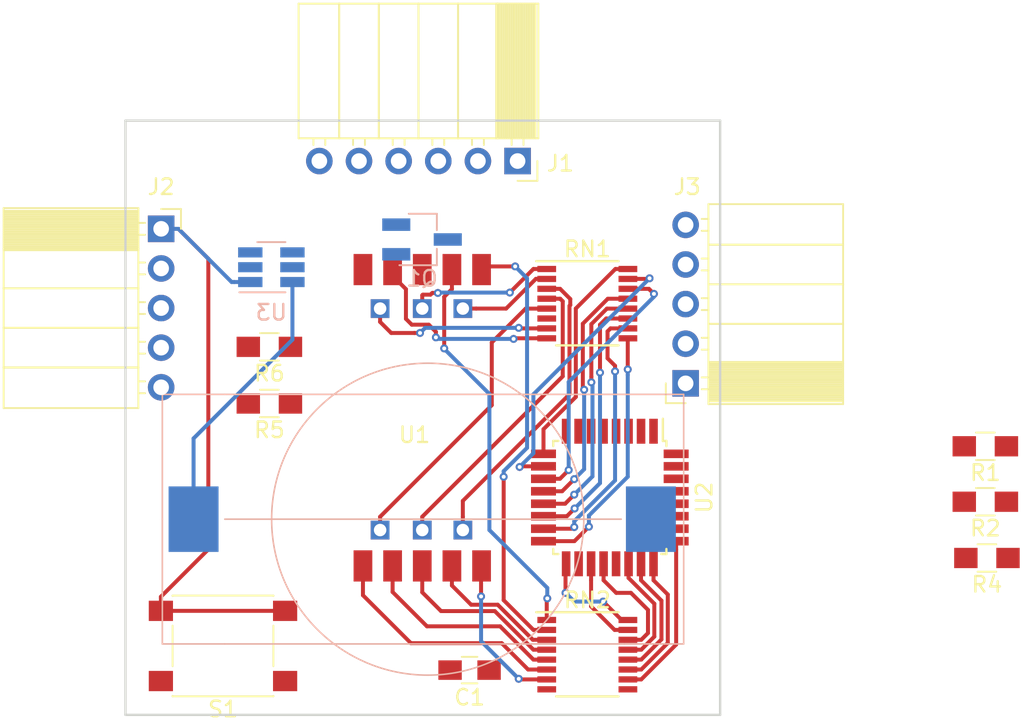
<source format=kicad_pcb>
(kicad_pcb (version 4) (host pcbnew 4.0.6)

  (general
    (links 69)
    (no_connects 67)
    (area 76.937799 41.987399 115.187801 80.237401)
    (thickness 1.6)
    (drawings 11)
    (tracks 241)
    (zones 0)
    (modules 17)
    (nets 50)
  )

  (page A4)
  (layers
    (0 F.Cu signal)
    (31 B.Cu signal)
    (32 B.Adhes user)
    (33 F.Adhes user)
    (34 B.Paste user)
    (35 F.Paste user)
    (36 B.SilkS user)
    (37 F.SilkS user)
    (38 B.Mask user)
    (39 F.Mask user)
    (40 Dwgs.User user)
    (41 Cmts.User user)
    (42 Eco1.User user)
    (43 Eco2.User user)
    (44 Edge.Cuts user)
    (45 Margin user)
    (46 B.CrtYd user)
    (47 F.CrtYd user)
    (48 B.Fab user)
    (49 F.Fab user hide)
  )

  (setup
    (last_trace_width 0.1524)
    (trace_clearance 0.1524)
    (zone_clearance 0.508)
    (zone_45_only no)
    (trace_min 0.1524)
    (segment_width 0.2)
    (edge_width 0.15)
    (via_size 0.508)
    (via_drill 0.254)
    (via_min_size 0.508)
    (via_min_drill 0.254)
    (uvia_size 0.3)
    (uvia_drill 0.1)
    (uvias_allowed no)
    (uvia_min_size 0.2)
    (uvia_min_drill 0.1)
    (pcb_text_width 0.3)
    (pcb_text_size 1.5 1.5)
    (mod_edge_width 0.15)
    (mod_text_size 1 1)
    (mod_text_width 0.15)
    (pad_size 1.524 1.524)
    (pad_drill 0.762)
    (pad_to_mask_clearance 0.2)
    (aux_axis_origin 77.0128 80.1624)
    (grid_origin 77.0128 80.1624)
    (visible_elements 7FFFFFFF)
    (pcbplotparams
      (layerselection 0x00030_80000001)
      (usegerberextensions false)
      (excludeedgelayer true)
      (linewidth 0.100000)
      (plotframeref false)
      (viasonmask false)
      (mode 1)
      (useauxorigin false)
      (hpglpennumber 1)
      (hpglpenspeed 20)
      (hpglpendiameter 15)
      (hpglpenoverlay 2)
      (psnegative false)
      (psa4output false)
      (plotreference true)
      (plotvalue true)
      (plotinvisibletext false)
      (padsonsilk false)
      (subtractmaskfromsilk false)
      (outputformat 1)
      (mirror false)
      (drillshape 1)
      (scaleselection 1)
      (outputdirectory ""))
  )

  (net 0 "")
  (net 1 VCC)
  (net 2 GND)
  (net 3 /MISO)
  (net 4 /MOSI)
  (net 5 /SCK)
  (net 6 /RST)
  (net 7 /Button)
  (net 8 "Net-(J3-Pad2)")
  (net 9 "Net-(J3-Pad3)")
  (net 10 "Net-(J3-Pad4)")
  (net 11 "Net-(Q1-Pad1)")
  (net 12 /uC_gnd)
  (net 13 /PowerOFF)
  (net 14 "Net-(RN1-Pad1)")
  (net 15 "Net-(RN1-Pad2)")
  (net 16 "Net-(RN1-Pad3)")
  (net 17 "Net-(RN1-Pad4)")
  (net 18 "Net-(RN1-Pad5)")
  (net 19 "Net-(RN1-Pad6)")
  (net 20 "Net-(RN1-Pad7)")
  (net 21 "Net-(RN1-Pad8)")
  (net 22 "Net-(RN1-Pad9)")
  (net 23 "Net-(RN1-Pad10)")
  (net 24 "Net-(RN1-Pad11)")
  (net 25 "Net-(RN1-Pad12)")
  (net 26 "Net-(RN1-Pad13)")
  (net 27 "Net-(RN1-Pad14)")
  (net 28 "Net-(RN1-Pad15)")
  (net 29 "Net-(RN1-Pad16)")
  (net 30 "Net-(RN2-Pad1)")
  (net 31 "Net-(RN2-Pad2)")
  (net 32 "Net-(RN2-Pad3)")
  (net 33 "Net-(RN2-Pad4)")
  (net 34 "Net-(RN2-Pad5)")
  (net 35 "Net-(RN2-Pad6)")
  (net 36 "Net-(RN2-Pad7)")
  (net 37 "Net-(RN2-Pad10)")
  (net 38 "Net-(RN2-Pad11)")
  (net 39 "Net-(RN2-Pad12)")
  (net 40 "Net-(RN2-Pad13)")
  (net 41 "Net-(RN2-Pad14)")
  (net 42 "Net-(RN2-Pad15)")
  (net 43 "Net-(RN2-Pad16)")
  (net 44 /Signal_In_C3)
  (net 45 /Signal_In_C4)
  (net 46 /Signal_In_C5)
  (net 47 /Signal_Out_C0)
  (net 48 /Signal_Out_C1)
  (net 49 /Signal_Out_C2)

  (net_class Default "This is the default net class."
    (clearance 0.1524)
    (trace_width 0.1524)
    (via_dia 0.508)
    (via_drill 0.254)
    (uvia_dia 0.3)
    (uvia_drill 0.1)
  )

  (net_class Power ""
    (clearance 0.1524)
    (trace_width 0.254)
    (via_dia 0.508)
    (via_drill 0.254)
    (uvia_dia 0.3)
    (uvia_drill 0.1)
    (add_net /Button)
    (add_net /MISO)
    (add_net /MOSI)
    (add_net /PowerOFF)
    (add_net /RST)
    (add_net /SCK)
    (add_net /Signal_In_C3)
    (add_net /Signal_In_C4)
    (add_net /Signal_In_C5)
    (add_net /Signal_Out_C0)
    (add_net /Signal_Out_C1)
    (add_net /Signal_Out_C2)
    (add_net /uC_gnd)
    (add_net GND)
    (add_net "Net-(J3-Pad2)")
    (add_net "Net-(J3-Pad3)")
    (add_net "Net-(J3-Pad4)")
    (add_net "Net-(Q1-Pad1)")
    (add_net "Net-(RN1-Pad1)")
    (add_net "Net-(RN1-Pad10)")
    (add_net "Net-(RN1-Pad11)")
    (add_net "Net-(RN1-Pad12)")
    (add_net "Net-(RN1-Pad13)")
    (add_net "Net-(RN1-Pad14)")
    (add_net "Net-(RN1-Pad15)")
    (add_net "Net-(RN1-Pad16)")
    (add_net "Net-(RN1-Pad2)")
    (add_net "Net-(RN1-Pad3)")
    (add_net "Net-(RN1-Pad4)")
    (add_net "Net-(RN1-Pad5)")
    (add_net "Net-(RN1-Pad6)")
    (add_net "Net-(RN1-Pad7)")
    (add_net "Net-(RN1-Pad8)")
    (add_net "Net-(RN1-Pad9)")
    (add_net "Net-(RN2-Pad1)")
    (add_net "Net-(RN2-Pad10)")
    (add_net "Net-(RN2-Pad11)")
    (add_net "Net-(RN2-Pad12)")
    (add_net "Net-(RN2-Pad13)")
    (add_net "Net-(RN2-Pad14)")
    (add_net "Net-(RN2-Pad15)")
    (add_net "Net-(RN2-Pad16)")
    (add_net "Net-(RN2-Pad2)")
    (add_net "Net-(RN2-Pad3)")
    (add_net "Net-(RN2-Pad4)")
    (add_net "Net-(RN2-Pad5)")
    (add_net "Net-(RN2-Pad6)")
    (add_net "Net-(RN2-Pad7)")
    (add_net VCC)
  )

  (module Buttons_Switches_SMD:SW_SPST_PTS645 (layer F.Cu) (tedit 5A6523B5) (tstamp 5A652380)
    (at 83.2612 75.7428 180)
    (descr "C&K Components SPST SMD PTS645 Series 6mm Tact Switch")
    (tags "SPST Button Switch")
    (path /5A6528B1)
    (attr smd)
    (fp_text reference S1 (at 0 -4.05 180) (layer F.SilkS)
      (effects (font (size 1 1) (thickness 0.15)))
    )
    (fp_text value Button (at 0 4.15 180) (layer F.Fab)
      (effects (font (size 1 1) (thickness 0.15)))
    )
    (fp_text user %R (at 0 -4.05 180) (layer F.Fab)
      (effects (font (size 1 1) (thickness 0.15)))
    )
    (fp_line (start -3 -3) (end -3 3) (layer F.Fab) (width 0.1))
    (fp_line (start -3 3) (end 3 3) (layer F.Fab) (width 0.1))
    (fp_line (start 3 3) (end 3 -3) (layer F.Fab) (width 0.1))
    (fp_line (start 3 -3) (end -3 -3) (layer F.Fab) (width 0.1))
    (fp_line (start 5.05 3.4) (end 5.05 -3.4) (layer F.CrtYd) (width 0.05))
    (fp_line (start -5.05 -3.4) (end -5.05 3.4) (layer F.CrtYd) (width 0.05))
    (fp_line (start -5.05 3.4) (end 5.05 3.4) (layer F.CrtYd) (width 0.05))
    (fp_line (start -5.05 -3.4) (end 5.05 -3.4) (layer F.CrtYd) (width 0.05))
    (fp_line (start 3.23 -3.23) (end 3.23 -3.2) (layer F.SilkS) (width 0.12))
    (fp_line (start 3.23 3.23) (end 3.23 3.2) (layer F.SilkS) (width 0.12))
    (fp_line (start -3.23 3.23) (end -3.23 3.2) (layer F.SilkS) (width 0.12))
    (fp_line (start -3.23 -3.2) (end -3.23 -3.23) (layer F.SilkS) (width 0.12))
    (fp_line (start 3.23 -1.3) (end 3.23 1.3) (layer F.SilkS) (width 0.12))
    (fp_line (start -3.23 -3.23) (end 3.23 -3.23) (layer F.SilkS) (width 0.12))
    (fp_line (start -3.23 -1.3) (end -3.23 1.3) (layer F.SilkS) (width 0.12))
    (fp_line (start -3.23 3.23) (end 3.23 3.23) (layer F.SilkS) (width 0.12))
    (fp_circle (center 0 0) (end 1.75 -0.05) (layer F.Fab) (width 0.1))
    (pad 3 smd rect (at -3.98 2.25 180) (size 1.55 1.3) (layers F.Cu F.Paste F.Mask)
      (net 7 /Button))
    (pad 1 smd rect (at -3.98 -2.25 180) (size 1.55 1.3) (layers F.Cu F.Paste F.Mask)
      (net 2 GND))
    (pad 2 smd rect (at 3.98 -2.25 180) (size 1.55 1.3) (layers F.Cu F.Paste F.Mask)
      (net 2 GND))
    (pad 4 smd rect (at 3.98 2.25 180) (size 1.55 1.3) (layers F.Cu F.Paste F.Mask)
      (net 7 /Button))
    (model Buttons_Switches_SMD.3dshapes/SW_SPST_PTS645.wrl
      (at (xyz 0 0 0))
      (scale (xyz 1 1 1))
      (rotate (xyz 0 0 0))
    )
  )

  (module Socket_Strips:Socket_Strip_Angled_1x06_Pitch2.54mm (layer F.Cu) (tedit 588DE956) (tstamp 5A652313)
    (at 102.135129 44.6532 270)
    (descr "Through hole angled socket strip, 1x06, 2.54mm pitch, 8.51mm socket length, single row")
    (tags "Through hole angled socket strip THT 1x06 2.54mm single row")
    (path /5A5F2F1E)
    (fp_text reference J1 (at 0.1524 -2.7432 360) (layer F.SilkS)
      (effects (font (size 1 1) (thickness 0.15)))
    )
    (fp_text value CONN_01X06 (at -4.38 14.97 270) (layer F.Fab)
      (effects (font (size 1 1) (thickness 0.15)))
    )
    (fp_line (start -1.52 -1.27) (end -1.52 1.27) (layer F.Fab) (width 0.1))
    (fp_line (start -1.52 1.27) (end -10.03 1.27) (layer F.Fab) (width 0.1))
    (fp_line (start -10.03 1.27) (end -10.03 -1.27) (layer F.Fab) (width 0.1))
    (fp_line (start -10.03 -1.27) (end -1.52 -1.27) (layer F.Fab) (width 0.1))
    (fp_line (start 0 -0.32) (end 0 0.32) (layer F.Fab) (width 0.1))
    (fp_line (start 0 0.32) (end -1.52 0.32) (layer F.Fab) (width 0.1))
    (fp_line (start -1.52 0.32) (end -1.52 -0.32) (layer F.Fab) (width 0.1))
    (fp_line (start -1.52 -0.32) (end 0 -0.32) (layer F.Fab) (width 0.1))
    (fp_line (start -1.52 1.27) (end -1.52 3.81) (layer F.Fab) (width 0.1))
    (fp_line (start -1.52 3.81) (end -10.03 3.81) (layer F.Fab) (width 0.1))
    (fp_line (start -10.03 3.81) (end -10.03 1.27) (layer F.Fab) (width 0.1))
    (fp_line (start -10.03 1.27) (end -1.52 1.27) (layer F.Fab) (width 0.1))
    (fp_line (start 0 2.22) (end 0 2.86) (layer F.Fab) (width 0.1))
    (fp_line (start 0 2.86) (end -1.52 2.86) (layer F.Fab) (width 0.1))
    (fp_line (start -1.52 2.86) (end -1.52 2.22) (layer F.Fab) (width 0.1))
    (fp_line (start -1.52 2.22) (end 0 2.22) (layer F.Fab) (width 0.1))
    (fp_line (start -1.52 3.81) (end -1.52 6.35) (layer F.Fab) (width 0.1))
    (fp_line (start -1.52 6.35) (end -10.03 6.35) (layer F.Fab) (width 0.1))
    (fp_line (start -10.03 6.35) (end -10.03 3.81) (layer F.Fab) (width 0.1))
    (fp_line (start -10.03 3.81) (end -1.52 3.81) (layer F.Fab) (width 0.1))
    (fp_line (start 0 4.76) (end 0 5.4) (layer F.Fab) (width 0.1))
    (fp_line (start 0 5.4) (end -1.52 5.4) (layer F.Fab) (width 0.1))
    (fp_line (start -1.52 5.4) (end -1.52 4.76) (layer F.Fab) (width 0.1))
    (fp_line (start -1.52 4.76) (end 0 4.76) (layer F.Fab) (width 0.1))
    (fp_line (start -1.52 6.35) (end -1.52 8.89) (layer F.Fab) (width 0.1))
    (fp_line (start -1.52 8.89) (end -10.03 8.89) (layer F.Fab) (width 0.1))
    (fp_line (start -10.03 8.89) (end -10.03 6.35) (layer F.Fab) (width 0.1))
    (fp_line (start -10.03 6.35) (end -1.52 6.35) (layer F.Fab) (width 0.1))
    (fp_line (start 0 7.3) (end 0 7.94) (layer F.Fab) (width 0.1))
    (fp_line (start 0 7.94) (end -1.52 7.94) (layer F.Fab) (width 0.1))
    (fp_line (start -1.52 7.94) (end -1.52 7.3) (layer F.Fab) (width 0.1))
    (fp_line (start -1.52 7.3) (end 0 7.3) (layer F.Fab) (width 0.1))
    (fp_line (start -1.52 8.89) (end -1.52 11.43) (layer F.Fab) (width 0.1))
    (fp_line (start -1.52 11.43) (end -10.03 11.43) (layer F.Fab) (width 0.1))
    (fp_line (start -10.03 11.43) (end -10.03 8.89) (layer F.Fab) (width 0.1))
    (fp_line (start -10.03 8.89) (end -1.52 8.89) (layer F.Fab) (width 0.1))
    (fp_line (start 0 9.84) (end 0 10.48) (layer F.Fab) (width 0.1))
    (fp_line (start 0 10.48) (end -1.52 10.48) (layer F.Fab) (width 0.1))
    (fp_line (start -1.52 10.48) (end -1.52 9.84) (layer F.Fab) (width 0.1))
    (fp_line (start -1.52 9.84) (end 0 9.84) (layer F.Fab) (width 0.1))
    (fp_line (start -1.52 11.43) (end -1.52 13.97) (layer F.Fab) (width 0.1))
    (fp_line (start -1.52 13.97) (end -10.03 13.97) (layer F.Fab) (width 0.1))
    (fp_line (start -10.03 13.97) (end -10.03 11.43) (layer F.Fab) (width 0.1))
    (fp_line (start -10.03 11.43) (end -1.52 11.43) (layer F.Fab) (width 0.1))
    (fp_line (start 0 12.38) (end 0 13.02) (layer F.Fab) (width 0.1))
    (fp_line (start 0 13.02) (end -1.52 13.02) (layer F.Fab) (width 0.1))
    (fp_line (start -1.52 13.02) (end -1.52 12.38) (layer F.Fab) (width 0.1))
    (fp_line (start -1.52 12.38) (end 0 12.38) (layer F.Fab) (width 0.1))
    (fp_line (start -1.46 -1.33) (end -1.46 1.27) (layer F.SilkS) (width 0.12))
    (fp_line (start -1.46 1.27) (end -10.09 1.27) (layer F.SilkS) (width 0.12))
    (fp_line (start -10.09 1.27) (end -10.09 -1.33) (layer F.SilkS) (width 0.12))
    (fp_line (start -10.09 -1.33) (end -1.46 -1.33) (layer F.SilkS) (width 0.12))
    (fp_line (start -1.03 -0.38) (end -1.46 -0.38) (layer F.SilkS) (width 0.12))
    (fp_line (start -1.03 0.38) (end -1.46 0.38) (layer F.SilkS) (width 0.12))
    (fp_line (start -1.46 -1.15) (end -10.09 -1.15) (layer F.SilkS) (width 0.12))
    (fp_line (start -1.46 -1.03) (end -10.09 -1.03) (layer F.SilkS) (width 0.12))
    (fp_line (start -1.46 -0.91) (end -10.09 -0.91) (layer F.SilkS) (width 0.12))
    (fp_line (start -1.46 -0.79) (end -10.09 -0.79) (layer F.SilkS) (width 0.12))
    (fp_line (start -1.46 -0.67) (end -10.09 -0.67) (layer F.SilkS) (width 0.12))
    (fp_line (start -1.46 -0.55) (end -10.09 -0.55) (layer F.SilkS) (width 0.12))
    (fp_line (start -1.46 -0.43) (end -10.09 -0.43) (layer F.SilkS) (width 0.12))
    (fp_line (start -1.46 -0.31) (end -10.09 -0.31) (layer F.SilkS) (width 0.12))
    (fp_line (start -1.46 -0.19) (end -10.09 -0.19) (layer F.SilkS) (width 0.12))
    (fp_line (start -1.46 -0.07) (end -10.09 -0.07) (layer F.SilkS) (width 0.12))
    (fp_line (start -1.46 0.05) (end -10.09 0.05) (layer F.SilkS) (width 0.12))
    (fp_line (start -1.46 0.17) (end -10.09 0.17) (layer F.SilkS) (width 0.12))
    (fp_line (start -1.46 0.29) (end -10.09 0.29) (layer F.SilkS) (width 0.12))
    (fp_line (start -1.46 0.41) (end -10.09 0.41) (layer F.SilkS) (width 0.12))
    (fp_line (start -1.46 0.53) (end -10.09 0.53) (layer F.SilkS) (width 0.12))
    (fp_line (start -1.46 0.65) (end -10.09 0.65) (layer F.SilkS) (width 0.12))
    (fp_line (start -1.46 0.77) (end -10.09 0.77) (layer F.SilkS) (width 0.12))
    (fp_line (start -1.46 0.89) (end -10.09 0.89) (layer F.SilkS) (width 0.12))
    (fp_line (start -1.46 1.01) (end -10.09 1.01) (layer F.SilkS) (width 0.12))
    (fp_line (start -1.46 1.13) (end -10.09 1.13) (layer F.SilkS) (width 0.12))
    (fp_line (start -1.46 1.25) (end -10.09 1.25) (layer F.SilkS) (width 0.12))
    (fp_line (start -1.46 1.37) (end -10.09 1.37) (layer F.SilkS) (width 0.12))
    (fp_line (start -1.46 1.27) (end -1.46 3.81) (layer F.SilkS) (width 0.12))
    (fp_line (start -1.46 3.81) (end -10.09 3.81) (layer F.SilkS) (width 0.12))
    (fp_line (start -10.09 3.81) (end -10.09 1.27) (layer F.SilkS) (width 0.12))
    (fp_line (start -10.09 1.27) (end -1.46 1.27) (layer F.SilkS) (width 0.12))
    (fp_line (start -1.03 2.16) (end -1.46 2.16) (layer F.SilkS) (width 0.12))
    (fp_line (start -1.03 2.92) (end -1.46 2.92) (layer F.SilkS) (width 0.12))
    (fp_line (start -1.46 3.81) (end -1.46 6.35) (layer F.SilkS) (width 0.12))
    (fp_line (start -1.46 6.35) (end -10.09 6.35) (layer F.SilkS) (width 0.12))
    (fp_line (start -10.09 6.35) (end -10.09 3.81) (layer F.SilkS) (width 0.12))
    (fp_line (start -10.09 3.81) (end -1.46 3.81) (layer F.SilkS) (width 0.12))
    (fp_line (start -1.03 4.7) (end -1.46 4.7) (layer F.SilkS) (width 0.12))
    (fp_line (start -1.03 5.46) (end -1.46 5.46) (layer F.SilkS) (width 0.12))
    (fp_line (start -1.46 6.35) (end -1.46 8.89) (layer F.SilkS) (width 0.12))
    (fp_line (start -1.46 8.89) (end -10.09 8.89) (layer F.SilkS) (width 0.12))
    (fp_line (start -10.09 8.89) (end -10.09 6.35) (layer F.SilkS) (width 0.12))
    (fp_line (start -10.09 6.35) (end -1.46 6.35) (layer F.SilkS) (width 0.12))
    (fp_line (start -1.03 7.24) (end -1.46 7.24) (layer F.SilkS) (width 0.12))
    (fp_line (start -1.03 8) (end -1.46 8) (layer F.SilkS) (width 0.12))
    (fp_line (start -1.46 8.89) (end -1.46 11.43) (layer F.SilkS) (width 0.12))
    (fp_line (start -1.46 11.43) (end -10.09 11.43) (layer F.SilkS) (width 0.12))
    (fp_line (start -10.09 11.43) (end -10.09 8.89) (layer F.SilkS) (width 0.12))
    (fp_line (start -10.09 8.89) (end -1.46 8.89) (layer F.SilkS) (width 0.12))
    (fp_line (start -1.03 9.78) (end -1.46 9.78) (layer F.SilkS) (width 0.12))
    (fp_line (start -1.03 10.54) (end -1.46 10.54) (layer F.SilkS) (width 0.12))
    (fp_line (start -1.46 11.43) (end -1.46 14.03) (layer F.SilkS) (width 0.12))
    (fp_line (start -1.46 14.03) (end -10.09 14.03) (layer F.SilkS) (width 0.12))
    (fp_line (start -10.09 14.03) (end -10.09 11.43) (layer F.SilkS) (width 0.12))
    (fp_line (start -10.09 11.43) (end -1.46 11.43) (layer F.SilkS) (width 0.12))
    (fp_line (start -1.03 12.32) (end -1.46 12.32) (layer F.SilkS) (width 0.12))
    (fp_line (start -1.03 13.08) (end -1.46 13.08) (layer F.SilkS) (width 0.12))
    (fp_line (start 0 -1.27) (end 1.27 -1.27) (layer F.SilkS) (width 0.12))
    (fp_line (start 1.27 -1.27) (end 1.27 0) (layer F.SilkS) (width 0.12))
    (fp_line (start 1.55 -1.55) (end 1.55 14.25) (layer F.CrtYd) (width 0.05))
    (fp_line (start 1.55 14.25) (end -10.3 14.25) (layer F.CrtYd) (width 0.05))
    (fp_line (start -10.3 14.25) (end -10.3 -1.55) (layer F.CrtYd) (width 0.05))
    (fp_line (start -10.3 -1.55) (end 1.55 -1.55) (layer F.CrtYd) (width 0.05))
    (pad 1 thru_hole rect (at 0 0 270) (size 1.7 1.7) (drill 1) (layers *.Cu *.Mask)
      (net 1 VCC))
    (pad 2 thru_hole oval (at 0 2.54 270) (size 1.7 1.7) (drill 1) (layers *.Cu *.Mask)
      (net 3 /MISO))
    (pad 3 thru_hole oval (at 0 5.08 270) (size 1.7 1.7) (drill 1) (layers *.Cu *.Mask)
      (net 4 /MOSI))
    (pad 4 thru_hole oval (at 0 7.62 270) (size 1.7 1.7) (drill 1) (layers *.Cu *.Mask)
      (net 5 /SCK))
    (pad 5 thru_hole oval (at 0 10.16 270) (size 1.7 1.7) (drill 1) (layers *.Cu *.Mask)
      (net 6 /RST))
    (pad 6 thru_hole oval (at 0 12.7 270) (size 1.7 1.7) (drill 1) (layers *.Cu *.Mask)
      (net 2 GND))
    (model Socket_Strips.3dshapes/Socket_Strip_Angled_1x06_Pitch2.54mm.wrl
      (at (xyz 0 -0.25 0))
      (scale (xyz 1 1 1))
      (rotate (xyz 0 0 270))
    )
  )

  (module Socket_Strips:Socket_Strip_Angled_1x05_Pitch2.54mm (layer F.Cu) (tedit 588DE956) (tstamp 5A65231C)
    (at 79.2988 49)
    (descr "Through hole angled socket strip, 1x05, 2.54mm pitch, 8.51mm socket length, single row")
    (tags "Through hole angled socket strip THT 1x05 2.54mm single row")
    (path /5A3AEDE1)
    (fp_text reference J2 (at 0 -2.6924) (layer F.SilkS)
      (effects (font (size 1 1) (thickness 0.15)))
    )
    (fp_text value CONN_01X05 (at -4.2926 13.4366) (layer F.Fab)
      (effects (font (size 1 1) (thickness 0.15)))
    )
    (fp_line (start -1.52 -1.27) (end -1.52 1.27) (layer F.Fab) (width 0.1))
    (fp_line (start -1.52 1.27) (end -10.03 1.27) (layer F.Fab) (width 0.1))
    (fp_line (start -10.03 1.27) (end -10.03 -1.27) (layer F.Fab) (width 0.1))
    (fp_line (start -10.03 -1.27) (end -1.52 -1.27) (layer F.Fab) (width 0.1))
    (fp_line (start 0 -0.32) (end 0 0.32) (layer F.Fab) (width 0.1))
    (fp_line (start 0 0.32) (end -1.52 0.32) (layer F.Fab) (width 0.1))
    (fp_line (start -1.52 0.32) (end -1.52 -0.32) (layer F.Fab) (width 0.1))
    (fp_line (start -1.52 -0.32) (end 0 -0.32) (layer F.Fab) (width 0.1))
    (fp_line (start -1.52 1.27) (end -1.52 3.81) (layer F.Fab) (width 0.1))
    (fp_line (start -1.52 3.81) (end -10.03 3.81) (layer F.Fab) (width 0.1))
    (fp_line (start -10.03 3.81) (end -10.03 1.27) (layer F.Fab) (width 0.1))
    (fp_line (start -10.03 1.27) (end -1.52 1.27) (layer F.Fab) (width 0.1))
    (fp_line (start 0 2.22) (end 0 2.86) (layer F.Fab) (width 0.1))
    (fp_line (start 0 2.86) (end -1.52 2.86) (layer F.Fab) (width 0.1))
    (fp_line (start -1.52 2.86) (end -1.52 2.22) (layer F.Fab) (width 0.1))
    (fp_line (start -1.52 2.22) (end 0 2.22) (layer F.Fab) (width 0.1))
    (fp_line (start -1.52 3.81) (end -1.52 6.35) (layer F.Fab) (width 0.1))
    (fp_line (start -1.52 6.35) (end -10.03 6.35) (layer F.Fab) (width 0.1))
    (fp_line (start -10.03 6.35) (end -10.03 3.81) (layer F.Fab) (width 0.1))
    (fp_line (start -10.03 3.81) (end -1.52 3.81) (layer F.Fab) (width 0.1))
    (fp_line (start 0 4.76) (end 0 5.4) (layer F.Fab) (width 0.1))
    (fp_line (start 0 5.4) (end -1.52 5.4) (layer F.Fab) (width 0.1))
    (fp_line (start -1.52 5.4) (end -1.52 4.76) (layer F.Fab) (width 0.1))
    (fp_line (start -1.52 4.76) (end 0 4.76) (layer F.Fab) (width 0.1))
    (fp_line (start -1.52 6.35) (end -1.52 8.89) (layer F.Fab) (width 0.1))
    (fp_line (start -1.52 8.89) (end -10.03 8.89) (layer F.Fab) (width 0.1))
    (fp_line (start -10.03 8.89) (end -10.03 6.35) (layer F.Fab) (width 0.1))
    (fp_line (start -10.03 6.35) (end -1.52 6.35) (layer F.Fab) (width 0.1))
    (fp_line (start 0 7.3) (end 0 7.94) (layer F.Fab) (width 0.1))
    (fp_line (start 0 7.94) (end -1.52 7.94) (layer F.Fab) (width 0.1))
    (fp_line (start -1.52 7.94) (end -1.52 7.3) (layer F.Fab) (width 0.1))
    (fp_line (start -1.52 7.3) (end 0 7.3) (layer F.Fab) (width 0.1))
    (fp_line (start -1.52 8.89) (end -1.52 11.43) (layer F.Fab) (width 0.1))
    (fp_line (start -1.52 11.43) (end -10.03 11.43) (layer F.Fab) (width 0.1))
    (fp_line (start -10.03 11.43) (end -10.03 8.89) (layer F.Fab) (width 0.1))
    (fp_line (start -10.03 8.89) (end -1.52 8.89) (layer F.Fab) (width 0.1))
    (fp_line (start 0 9.84) (end 0 10.48) (layer F.Fab) (width 0.1))
    (fp_line (start 0 10.48) (end -1.52 10.48) (layer F.Fab) (width 0.1))
    (fp_line (start -1.52 10.48) (end -1.52 9.84) (layer F.Fab) (width 0.1))
    (fp_line (start -1.52 9.84) (end 0 9.84) (layer F.Fab) (width 0.1))
    (fp_line (start -1.46 -1.33) (end -1.46 1.27) (layer F.SilkS) (width 0.12))
    (fp_line (start -1.46 1.27) (end -10.09 1.27) (layer F.SilkS) (width 0.12))
    (fp_line (start -10.09 1.27) (end -10.09 -1.33) (layer F.SilkS) (width 0.12))
    (fp_line (start -10.09 -1.33) (end -1.46 -1.33) (layer F.SilkS) (width 0.12))
    (fp_line (start -1.03 -0.38) (end -1.46 -0.38) (layer F.SilkS) (width 0.12))
    (fp_line (start -1.03 0.38) (end -1.46 0.38) (layer F.SilkS) (width 0.12))
    (fp_line (start -1.46 -1.15) (end -10.09 -1.15) (layer F.SilkS) (width 0.12))
    (fp_line (start -1.46 -1.03) (end -10.09 -1.03) (layer F.SilkS) (width 0.12))
    (fp_line (start -1.46 -0.91) (end -10.09 -0.91) (layer F.SilkS) (width 0.12))
    (fp_line (start -1.46 -0.79) (end -10.09 -0.79) (layer F.SilkS) (width 0.12))
    (fp_line (start -1.46 -0.67) (end -10.09 -0.67) (layer F.SilkS) (width 0.12))
    (fp_line (start -1.46 -0.55) (end -10.09 -0.55) (layer F.SilkS) (width 0.12))
    (fp_line (start -1.46 -0.43) (end -10.09 -0.43) (layer F.SilkS) (width 0.12))
    (fp_line (start -1.46 -0.31) (end -10.09 -0.31) (layer F.SilkS) (width 0.12))
    (fp_line (start -1.46 -0.19) (end -10.09 -0.19) (layer F.SilkS) (width 0.12))
    (fp_line (start -1.46 -0.07) (end -10.09 -0.07) (layer F.SilkS) (width 0.12))
    (fp_line (start -1.46 0.05) (end -10.09 0.05) (layer F.SilkS) (width 0.12))
    (fp_line (start -1.46 0.17) (end -10.09 0.17) (layer F.SilkS) (width 0.12))
    (fp_line (start -1.46 0.29) (end -10.09 0.29) (layer F.SilkS) (width 0.12))
    (fp_line (start -1.46 0.41) (end -10.09 0.41) (layer F.SilkS) (width 0.12))
    (fp_line (start -1.46 0.53) (end -10.09 0.53) (layer F.SilkS) (width 0.12))
    (fp_line (start -1.46 0.65) (end -10.09 0.65) (layer F.SilkS) (width 0.12))
    (fp_line (start -1.46 0.77) (end -10.09 0.77) (layer F.SilkS) (width 0.12))
    (fp_line (start -1.46 0.89) (end -10.09 0.89) (layer F.SilkS) (width 0.12))
    (fp_line (start -1.46 1.01) (end -10.09 1.01) (layer F.SilkS) (width 0.12))
    (fp_line (start -1.46 1.13) (end -10.09 1.13) (layer F.SilkS) (width 0.12))
    (fp_line (start -1.46 1.25) (end -10.09 1.25) (layer F.SilkS) (width 0.12))
    (fp_line (start -1.46 1.37) (end -10.09 1.37) (layer F.SilkS) (width 0.12))
    (fp_line (start -1.46 1.27) (end -1.46 3.81) (layer F.SilkS) (width 0.12))
    (fp_line (start -1.46 3.81) (end -10.09 3.81) (layer F.SilkS) (width 0.12))
    (fp_line (start -10.09 3.81) (end -10.09 1.27) (layer F.SilkS) (width 0.12))
    (fp_line (start -10.09 1.27) (end -1.46 1.27) (layer F.SilkS) (width 0.12))
    (fp_line (start -1.03 2.16) (end -1.46 2.16) (layer F.SilkS) (width 0.12))
    (fp_line (start -1.03 2.92) (end -1.46 2.92) (layer F.SilkS) (width 0.12))
    (fp_line (start -1.46 3.81) (end -1.46 6.35) (layer F.SilkS) (width 0.12))
    (fp_line (start -1.46 6.35) (end -10.09 6.35) (layer F.SilkS) (width 0.12))
    (fp_line (start -10.09 6.35) (end -10.09 3.81) (layer F.SilkS) (width 0.12))
    (fp_line (start -10.09 3.81) (end -1.46 3.81) (layer F.SilkS) (width 0.12))
    (fp_line (start -1.03 4.7) (end -1.46 4.7) (layer F.SilkS) (width 0.12))
    (fp_line (start -1.03 5.46) (end -1.46 5.46) (layer F.SilkS) (width 0.12))
    (fp_line (start -1.46 6.35) (end -1.46 8.89) (layer F.SilkS) (width 0.12))
    (fp_line (start -1.46 8.89) (end -10.09 8.89) (layer F.SilkS) (width 0.12))
    (fp_line (start -10.09 8.89) (end -10.09 6.35) (layer F.SilkS) (width 0.12))
    (fp_line (start -10.09 6.35) (end -1.46 6.35) (layer F.SilkS) (width 0.12))
    (fp_line (start -1.03 7.24) (end -1.46 7.24) (layer F.SilkS) (width 0.12))
    (fp_line (start -1.03 8) (end -1.46 8) (layer F.SilkS) (width 0.12))
    (fp_line (start -1.46 8.89) (end -1.46 11.49) (layer F.SilkS) (width 0.12))
    (fp_line (start -1.46 11.49) (end -10.09 11.49) (layer F.SilkS) (width 0.12))
    (fp_line (start -10.09 11.49) (end -10.09 8.89) (layer F.SilkS) (width 0.12))
    (fp_line (start -10.09 8.89) (end -1.46 8.89) (layer F.SilkS) (width 0.12))
    (fp_line (start -1.03 9.78) (end -1.46 9.78) (layer F.SilkS) (width 0.12))
    (fp_line (start -1.03 10.54) (end -1.46 10.54) (layer F.SilkS) (width 0.12))
    (fp_line (start 0 -1.27) (end 1.27 -1.27) (layer F.SilkS) (width 0.12))
    (fp_line (start 1.27 -1.27) (end 1.27 0) (layer F.SilkS) (width 0.12))
    (fp_line (start 1.55 -1.55) (end 1.55 11.7) (layer F.CrtYd) (width 0.05))
    (fp_line (start 1.55 11.7) (end -10.3 11.7) (layer F.CrtYd) (width 0.05))
    (fp_line (start -10.3 11.7) (end -10.3 -1.55) (layer F.CrtYd) (width 0.05))
    (fp_line (start -10.3 -1.55) (end 1.55 -1.55) (layer F.CrtYd) (width 0.05))
    (pad 1 thru_hole rect (at 0 0) (size 1.7 1.7) (drill 1) (layers *.Cu *.Mask)
      (net 7 /Button))
    (pad 2 thru_hole oval (at 0 2.54) (size 1.7 1.7) (drill 1) (layers *.Cu *.Mask)
      (net 44 /Signal_In_C3))
    (pad 3 thru_hole oval (at 0 5.08) (size 1.7 1.7) (drill 1) (layers *.Cu *.Mask)
      (net 45 /Signal_In_C4))
    (pad 4 thru_hole oval (at 0 7.62) (size 1.7 1.7) (drill 1) (layers *.Cu *.Mask)
      (net 46 /Signal_In_C5))
    (pad 5 thru_hole oval (at 0 10.16) (size 1.7 1.7) (drill 1) (layers *.Cu *.Mask)
      (net 2 GND))
    (model Socket_Strips.3dshapes/Socket_Strip_Angled_1x05_Pitch2.54mm.wrl
      (at (xyz 0 -0.2 0))
      (scale (xyz 1 1 1))
      (rotate (xyz 0 0 270))
    )
  )

  (module Socket_Strips:Socket_Strip_Angled_1x05_Pitch2.54mm (layer F.Cu) (tedit 588DE956) (tstamp 5A652325)
    (at 112.903 58.906 180)
    (descr "Through hole angled socket strip, 1x05, 2.54mm pitch, 8.51mm socket length, single row")
    (tags "Through hole angled socket strip THT 1x05 2.54mm single row")
    (path /5A3AF170)
    (fp_text reference J3 (at -0.1016 12.5984 180) (layer F.SilkS)
      (effects (font (size 1 1) (thickness 0.15)))
    )
    (fp_text value CONN_01X05 (at -4.38 12.43 180) (layer F.Fab)
      (effects (font (size 1 1) (thickness 0.15)))
    )
    (fp_line (start -1.52 -1.27) (end -1.52 1.27) (layer F.Fab) (width 0.1))
    (fp_line (start -1.52 1.27) (end -10.03 1.27) (layer F.Fab) (width 0.1))
    (fp_line (start -10.03 1.27) (end -10.03 -1.27) (layer F.Fab) (width 0.1))
    (fp_line (start -10.03 -1.27) (end -1.52 -1.27) (layer F.Fab) (width 0.1))
    (fp_line (start 0 -0.32) (end 0 0.32) (layer F.Fab) (width 0.1))
    (fp_line (start 0 0.32) (end -1.52 0.32) (layer F.Fab) (width 0.1))
    (fp_line (start -1.52 0.32) (end -1.52 -0.32) (layer F.Fab) (width 0.1))
    (fp_line (start -1.52 -0.32) (end 0 -0.32) (layer F.Fab) (width 0.1))
    (fp_line (start -1.52 1.27) (end -1.52 3.81) (layer F.Fab) (width 0.1))
    (fp_line (start -1.52 3.81) (end -10.03 3.81) (layer F.Fab) (width 0.1))
    (fp_line (start -10.03 3.81) (end -10.03 1.27) (layer F.Fab) (width 0.1))
    (fp_line (start -10.03 1.27) (end -1.52 1.27) (layer F.Fab) (width 0.1))
    (fp_line (start 0 2.22) (end 0 2.86) (layer F.Fab) (width 0.1))
    (fp_line (start 0 2.86) (end -1.52 2.86) (layer F.Fab) (width 0.1))
    (fp_line (start -1.52 2.86) (end -1.52 2.22) (layer F.Fab) (width 0.1))
    (fp_line (start -1.52 2.22) (end 0 2.22) (layer F.Fab) (width 0.1))
    (fp_line (start -1.52 3.81) (end -1.52 6.35) (layer F.Fab) (width 0.1))
    (fp_line (start -1.52 6.35) (end -10.03 6.35) (layer F.Fab) (width 0.1))
    (fp_line (start -10.03 6.35) (end -10.03 3.81) (layer F.Fab) (width 0.1))
    (fp_line (start -10.03 3.81) (end -1.52 3.81) (layer F.Fab) (width 0.1))
    (fp_line (start 0 4.76) (end 0 5.4) (layer F.Fab) (width 0.1))
    (fp_line (start 0 5.4) (end -1.52 5.4) (layer F.Fab) (width 0.1))
    (fp_line (start -1.52 5.4) (end -1.52 4.76) (layer F.Fab) (width 0.1))
    (fp_line (start -1.52 4.76) (end 0 4.76) (layer F.Fab) (width 0.1))
    (fp_line (start -1.52 6.35) (end -1.52 8.89) (layer F.Fab) (width 0.1))
    (fp_line (start -1.52 8.89) (end -10.03 8.89) (layer F.Fab) (width 0.1))
    (fp_line (start -10.03 8.89) (end -10.03 6.35) (layer F.Fab) (width 0.1))
    (fp_line (start -10.03 6.35) (end -1.52 6.35) (layer F.Fab) (width 0.1))
    (fp_line (start 0 7.3) (end 0 7.94) (layer F.Fab) (width 0.1))
    (fp_line (start 0 7.94) (end -1.52 7.94) (layer F.Fab) (width 0.1))
    (fp_line (start -1.52 7.94) (end -1.52 7.3) (layer F.Fab) (width 0.1))
    (fp_line (start -1.52 7.3) (end 0 7.3) (layer F.Fab) (width 0.1))
    (fp_line (start -1.52 8.89) (end -1.52 11.43) (layer F.Fab) (width 0.1))
    (fp_line (start -1.52 11.43) (end -10.03 11.43) (layer F.Fab) (width 0.1))
    (fp_line (start -10.03 11.43) (end -10.03 8.89) (layer F.Fab) (width 0.1))
    (fp_line (start -10.03 8.89) (end -1.52 8.89) (layer F.Fab) (width 0.1))
    (fp_line (start 0 9.84) (end 0 10.48) (layer F.Fab) (width 0.1))
    (fp_line (start 0 10.48) (end -1.52 10.48) (layer F.Fab) (width 0.1))
    (fp_line (start -1.52 10.48) (end -1.52 9.84) (layer F.Fab) (width 0.1))
    (fp_line (start -1.52 9.84) (end 0 9.84) (layer F.Fab) (width 0.1))
    (fp_line (start -1.46 -1.33) (end -1.46 1.27) (layer F.SilkS) (width 0.12))
    (fp_line (start -1.46 1.27) (end -10.09 1.27) (layer F.SilkS) (width 0.12))
    (fp_line (start -10.09 1.27) (end -10.09 -1.33) (layer F.SilkS) (width 0.12))
    (fp_line (start -10.09 -1.33) (end -1.46 -1.33) (layer F.SilkS) (width 0.12))
    (fp_line (start -1.03 -0.38) (end -1.46 -0.38) (layer F.SilkS) (width 0.12))
    (fp_line (start -1.03 0.38) (end -1.46 0.38) (layer F.SilkS) (width 0.12))
    (fp_line (start -1.46 -1.15) (end -10.09 -1.15) (layer F.SilkS) (width 0.12))
    (fp_line (start -1.46 -1.03) (end -10.09 -1.03) (layer F.SilkS) (width 0.12))
    (fp_line (start -1.46 -0.91) (end -10.09 -0.91) (layer F.SilkS) (width 0.12))
    (fp_line (start -1.46 -0.79) (end -10.09 -0.79) (layer F.SilkS) (width 0.12))
    (fp_line (start -1.46 -0.67) (end -10.09 -0.67) (layer F.SilkS) (width 0.12))
    (fp_line (start -1.46 -0.55) (end -10.09 -0.55) (layer F.SilkS) (width 0.12))
    (fp_line (start -1.46 -0.43) (end -10.09 -0.43) (layer F.SilkS) (width 0.12))
    (fp_line (start -1.46 -0.31) (end -10.09 -0.31) (layer F.SilkS) (width 0.12))
    (fp_line (start -1.46 -0.19) (end -10.09 -0.19) (layer F.SilkS) (width 0.12))
    (fp_line (start -1.46 -0.07) (end -10.09 -0.07) (layer F.SilkS) (width 0.12))
    (fp_line (start -1.46 0.05) (end -10.09 0.05) (layer F.SilkS) (width 0.12))
    (fp_line (start -1.46 0.17) (end -10.09 0.17) (layer F.SilkS) (width 0.12))
    (fp_line (start -1.46 0.29) (end -10.09 0.29) (layer F.SilkS) (width 0.12))
    (fp_line (start -1.46 0.41) (end -10.09 0.41) (layer F.SilkS) (width 0.12))
    (fp_line (start -1.46 0.53) (end -10.09 0.53) (layer F.SilkS) (width 0.12))
    (fp_line (start -1.46 0.65) (end -10.09 0.65) (layer F.SilkS) (width 0.12))
    (fp_line (start -1.46 0.77) (end -10.09 0.77) (layer F.SilkS) (width 0.12))
    (fp_line (start -1.46 0.89) (end -10.09 0.89) (layer F.SilkS) (width 0.12))
    (fp_line (start -1.46 1.01) (end -10.09 1.01) (layer F.SilkS) (width 0.12))
    (fp_line (start -1.46 1.13) (end -10.09 1.13) (layer F.SilkS) (width 0.12))
    (fp_line (start -1.46 1.25) (end -10.09 1.25) (layer F.SilkS) (width 0.12))
    (fp_line (start -1.46 1.37) (end -10.09 1.37) (layer F.SilkS) (width 0.12))
    (fp_line (start -1.46 1.27) (end -1.46 3.81) (layer F.SilkS) (width 0.12))
    (fp_line (start -1.46 3.81) (end -10.09 3.81) (layer F.SilkS) (width 0.12))
    (fp_line (start -10.09 3.81) (end -10.09 1.27) (layer F.SilkS) (width 0.12))
    (fp_line (start -10.09 1.27) (end -1.46 1.27) (layer F.SilkS) (width 0.12))
    (fp_line (start -1.03 2.16) (end -1.46 2.16) (layer F.SilkS) (width 0.12))
    (fp_line (start -1.03 2.92) (end -1.46 2.92) (layer F.SilkS) (width 0.12))
    (fp_line (start -1.46 3.81) (end -1.46 6.35) (layer F.SilkS) (width 0.12))
    (fp_line (start -1.46 6.35) (end -10.09 6.35) (layer F.SilkS) (width 0.12))
    (fp_line (start -10.09 6.35) (end -10.09 3.81) (layer F.SilkS) (width 0.12))
    (fp_line (start -10.09 3.81) (end -1.46 3.81) (layer F.SilkS) (width 0.12))
    (fp_line (start -1.03 4.7) (end -1.46 4.7) (layer F.SilkS) (width 0.12))
    (fp_line (start -1.03 5.46) (end -1.46 5.46) (layer F.SilkS) (width 0.12))
    (fp_line (start -1.46 6.35) (end -1.46 8.89) (layer F.SilkS) (width 0.12))
    (fp_line (start -1.46 8.89) (end -10.09 8.89) (layer F.SilkS) (width 0.12))
    (fp_line (start -10.09 8.89) (end -10.09 6.35) (layer F.SilkS) (width 0.12))
    (fp_line (start -10.09 6.35) (end -1.46 6.35) (layer F.SilkS) (width 0.12))
    (fp_line (start -1.03 7.24) (end -1.46 7.24) (layer F.SilkS) (width 0.12))
    (fp_line (start -1.03 8) (end -1.46 8) (layer F.SilkS) (width 0.12))
    (fp_line (start -1.46 8.89) (end -1.46 11.49) (layer F.SilkS) (width 0.12))
    (fp_line (start -1.46 11.49) (end -10.09 11.49) (layer F.SilkS) (width 0.12))
    (fp_line (start -10.09 11.49) (end -10.09 8.89) (layer F.SilkS) (width 0.12))
    (fp_line (start -10.09 8.89) (end -1.46 8.89) (layer F.SilkS) (width 0.12))
    (fp_line (start -1.03 9.78) (end -1.46 9.78) (layer F.SilkS) (width 0.12))
    (fp_line (start -1.03 10.54) (end -1.46 10.54) (layer F.SilkS) (width 0.12))
    (fp_line (start 0 -1.27) (end 1.27 -1.27) (layer F.SilkS) (width 0.12))
    (fp_line (start 1.27 -1.27) (end 1.27 0) (layer F.SilkS) (width 0.12))
    (fp_line (start 1.55 -1.55) (end 1.55 11.7) (layer F.CrtYd) (width 0.05))
    (fp_line (start 1.55 11.7) (end -10.3 11.7) (layer F.CrtYd) (width 0.05))
    (fp_line (start -10.3 11.7) (end -10.3 -1.55) (layer F.CrtYd) (width 0.05))
    (fp_line (start -10.3 -1.55) (end 1.55 -1.55) (layer F.CrtYd) (width 0.05))
    (pad 1 thru_hole rect (at 0 0 180) (size 1.7 1.7) (drill 1) (layers *.Cu *.Mask)
      (net 2 GND))
    (pad 2 thru_hole oval (at 0 2.54 180) (size 1.7 1.7) (drill 1) (layers *.Cu *.Mask)
      (net 8 "Net-(J3-Pad2)"))
    (pad 3 thru_hole oval (at 0 5.08 180) (size 1.7 1.7) (drill 1) (layers *.Cu *.Mask)
      (net 9 "Net-(J3-Pad3)"))
    (pad 4 thru_hole oval (at 0 7.62 180) (size 1.7 1.7) (drill 1) (layers *.Cu *.Mask)
      (net 10 "Net-(J3-Pad4)"))
    (pad 5 thru_hole oval (at 0 10.16 180) (size 1.7 1.7) (drill 1) (layers *.Cu *.Mask)
      (net 7 /Button))
    (model Socket_Strips.3dshapes/Socket_Strip_Angled_1x05_Pitch2.54mm.wrl
      (at (xyz 0 -0.2 0))
      (scale (xyz 1 1 1))
      (rotate (xyz 0 0 270))
    )
  )

  (module TO_SOT_Packages_SMD:SC-59_Handsoldering (layer B.Cu) (tedit 58A975C6) (tstamp 5A65232C)
    (at 96.013 49.6824)
    (descr "SC-59, hand-soldering varaint, https://lib.chipdip.ru/images/import_diod/original/SOT-23_SC-59.jpg")
    (tags "SC-59 hand-soldering")
    (path /5A6037F5)
    (attr smd)
    (fp_text reference Q1 (at 0 2.5) (layer B.SilkS)
      (effects (font (size 1 1) (thickness 0.15)) (justify mirror))
    )
    (fp_text value Q_NMOS_GSD (at 0 -2.5) (layer B.Fab)
      (effects (font (size 1 1) (thickness 0.15)) (justify mirror))
    )
    (fp_text user %R (at 0 2.5) (layer B.Fab)
      (effects (font (size 1 1) (thickness 0.15)) (justify mirror))
    )
    (fp_line (start -0.85 -1.55) (end -0.85 1) (layer B.Fab) (width 0.1))
    (fp_line (start -1.45 1.65) (end 0.95 1.65) (layer B.SilkS) (width 0.12))
    (fp_line (start 0.95 1.65) (end 0.95 0.6) (layer B.SilkS) (width 0.12))
    (fp_line (start -0.85 -1.65) (end 0.95 -1.65) (layer B.SilkS) (width 0.12))
    (fp_line (start 0.95 -1.65) (end 0.95 -0.6) (layer B.SilkS) (width 0.12))
    (fp_line (start -0.85 -1.55) (end 0.85 -1.55) (layer B.Fab) (width 0.1))
    (fp_line (start -0.3 1.55) (end -0.85 1) (layer B.Fab) (width 0.1))
    (fp_line (start -0.3 1.55) (end 0.85 1.55) (layer B.Fab) (width 0.1))
    (fp_line (start 0.85 1.52) (end 0.85 -1.52) (layer B.Fab) (width 0.1))
    (fp_line (start -2.8 1.8) (end 2.8 1.8) (layer B.CrtYd) (width 0.05))
    (fp_line (start -2.8 1.8) (end -2.8 -1.8) (layer B.CrtYd) (width 0.05))
    (fp_line (start 2.8 -1.8) (end 2.8 1.8) (layer B.CrtYd) (width 0.05))
    (fp_line (start 2.8 -1.8) (end -2.8 -1.8) (layer B.CrtYd) (width 0.05))
    (pad 1 smd rect (at -1.65 0.95) (size 1.8 0.8) (layers B.Cu B.Paste B.Mask)
      (net 11 "Net-(Q1-Pad1)"))
    (pad 2 smd rect (at -1.65 -0.95) (size 1.8 0.8) (layers B.Cu B.Paste B.Mask)
      (net 2 GND))
    (pad 3 smd rect (at 1.65 0) (size 1.8 0.8) (layers B.Cu B.Paste B.Mask)
      (net 12 /uC_gnd))
    (model TO_SOT_Packages_SMD.3dshapes\SC-59_Handsoldering.wrl
      (at (xyz 0 0 0))
      (scale (xyz 1 1 1))
      (rotate (xyz 0 0 90))
    )
  )

  (module Housings_SSOP:SSOP-16_3.9x4.9mm_Pitch0.635mm (layer F.Cu) (tedit 54130A77) (tstamp 5A652364)
    (at 106.6038 53.7972)
    (descr "SSOP16: plastic shrink small outline package; 16 leads; body width 3.9 mm; lead pitch 0.635; (see NXP SSOP-TSSOP-VSO-REFLOW.pdf and sot519-1_po.pdf)")
    (tags "SSOP 0.635")
    (path /5A383588)
    (attr smd)
    (fp_text reference RN1 (at 0 -3.5) (layer F.SilkS)
      (effects (font (size 1 1) (thickness 0.15)))
    )
    (fp_text value 180 (at 0 3.5) (layer F.Fab)
      (effects (font (size 1 1) (thickness 0.15)))
    )
    (fp_line (start -0.95 -2.45) (end 1.95 -2.45) (layer F.Fab) (width 0.15))
    (fp_line (start 1.95 -2.45) (end 1.95 2.45) (layer F.Fab) (width 0.15))
    (fp_line (start 1.95 2.45) (end -1.95 2.45) (layer F.Fab) (width 0.15))
    (fp_line (start -1.95 2.45) (end -1.95 -1.45) (layer F.Fab) (width 0.15))
    (fp_line (start -1.95 -1.45) (end -0.95 -2.45) (layer F.Fab) (width 0.15))
    (fp_line (start -3.45 -2.85) (end -3.45 2.8) (layer F.CrtYd) (width 0.05))
    (fp_line (start 3.45 -2.85) (end 3.45 2.8) (layer F.CrtYd) (width 0.05))
    (fp_line (start -3.45 -2.85) (end 3.45 -2.85) (layer F.CrtYd) (width 0.05))
    (fp_line (start -3.45 2.8) (end 3.45 2.8) (layer F.CrtYd) (width 0.05))
    (fp_line (start -2 2.675) (end 2 2.675) (layer F.SilkS) (width 0.15))
    (fp_line (start -3.275 -2.725) (end 2 -2.725) (layer F.SilkS) (width 0.15))
    (pad 1 smd rect (at -2.6 -2.2225) (size 1.2 0.4) (layers F.Cu F.Paste F.Mask)
      (net 14 "Net-(RN1-Pad1)"))
    (pad 2 smd rect (at -2.6 -1.5875) (size 1.2 0.4) (layers F.Cu F.Paste F.Mask)
      (net 15 "Net-(RN1-Pad2)"))
    (pad 3 smd rect (at -2.6 -0.9525) (size 1.2 0.4) (layers F.Cu F.Paste F.Mask)
      (net 16 "Net-(RN1-Pad3)"))
    (pad 4 smd rect (at -2.6 -0.3175) (size 1.2 0.4) (layers F.Cu F.Paste F.Mask)
      (net 17 "Net-(RN1-Pad4)"))
    (pad 5 smd rect (at -2.6 0.3175) (size 1.2 0.4) (layers F.Cu F.Paste F.Mask)
      (net 18 "Net-(RN1-Pad5)"))
    (pad 6 smd rect (at -2.6 0.9525) (size 1.2 0.4) (layers F.Cu F.Paste F.Mask)
      (net 19 "Net-(RN1-Pad6)"))
    (pad 7 smd rect (at -2.6 1.5875) (size 1.2 0.4) (layers F.Cu F.Paste F.Mask)
      (net 20 "Net-(RN1-Pad7)"))
    (pad 8 smd rect (at -2.6 2.2225) (size 1.2 0.4) (layers F.Cu F.Paste F.Mask)
      (net 21 "Net-(RN1-Pad8)"))
    (pad 9 smd rect (at 2.6 2.2225) (size 1.2 0.4) (layers F.Cu F.Paste F.Mask)
      (net 22 "Net-(RN1-Pad9)"))
    (pad 10 smd rect (at 2.6 1.5875) (size 1.2 0.4) (layers F.Cu F.Paste F.Mask)
      (net 23 "Net-(RN1-Pad10)"))
    (pad 11 smd rect (at 2.6 0.9525) (size 1.2 0.4) (layers F.Cu F.Paste F.Mask)
      (net 24 "Net-(RN1-Pad11)"))
    (pad 12 smd rect (at 2.6 0.3175) (size 1.2 0.4) (layers F.Cu F.Paste F.Mask)
      (net 25 "Net-(RN1-Pad12)"))
    (pad 13 smd rect (at 2.6 -0.3175) (size 1.2 0.4) (layers F.Cu F.Paste F.Mask)
      (net 26 "Net-(RN1-Pad13)"))
    (pad 14 smd rect (at 2.6 -0.9525) (size 1.2 0.4) (layers F.Cu F.Paste F.Mask)
      (net 27 "Net-(RN1-Pad14)"))
    (pad 15 smd rect (at 2.6 -1.5875) (size 1.2 0.4) (layers F.Cu F.Paste F.Mask)
      (net 28 "Net-(RN1-Pad15)"))
    (pad 16 smd rect (at 2.6 -2.2225) (size 1.2 0.4) (layers F.Cu F.Paste F.Mask)
      (net 29 "Net-(RN1-Pad16)"))
    (model Housings_SSOP.3dshapes/SSOP-16_3.9x4.9mm_Pitch0.635mm.wrl
      (at (xyz 0 0 0))
      (scale (xyz 1 1 1))
      (rotate (xyz 0 0 0))
    )
  )

  (module Housings_SSOP:SSOP-16_3.9x4.9mm_Pitch0.635mm (layer F.Cu) (tedit 54130A77) (tstamp 5A652378)
    (at 106.6038 76.3016)
    (descr "SSOP16: plastic shrink small outline package; 16 leads; body width 3.9 mm; lead pitch 0.635; (see NXP SSOP-TSSOP-VSO-REFLOW.pdf and sot519-1_po.pdf)")
    (tags "SSOP 0.635")
    (path /5A5FAA53)
    (attr smd)
    (fp_text reference RN2 (at 0 -3.5) (layer F.SilkS)
      (effects (font (size 1 1) (thickness 0.15)))
    )
    (fp_text value 180 (at 0 3.5) (layer F.Fab)
      (effects (font (size 1 1) (thickness 0.15)))
    )
    (fp_line (start -0.95 -2.45) (end 1.95 -2.45) (layer F.Fab) (width 0.15))
    (fp_line (start 1.95 -2.45) (end 1.95 2.45) (layer F.Fab) (width 0.15))
    (fp_line (start 1.95 2.45) (end -1.95 2.45) (layer F.Fab) (width 0.15))
    (fp_line (start -1.95 2.45) (end -1.95 -1.45) (layer F.Fab) (width 0.15))
    (fp_line (start -1.95 -1.45) (end -0.95 -2.45) (layer F.Fab) (width 0.15))
    (fp_line (start -3.45 -2.85) (end -3.45 2.8) (layer F.CrtYd) (width 0.05))
    (fp_line (start 3.45 -2.85) (end 3.45 2.8) (layer F.CrtYd) (width 0.05))
    (fp_line (start -3.45 -2.85) (end 3.45 -2.85) (layer F.CrtYd) (width 0.05))
    (fp_line (start -3.45 2.8) (end 3.45 2.8) (layer F.CrtYd) (width 0.05))
    (fp_line (start -2 2.675) (end 2 2.675) (layer F.SilkS) (width 0.15))
    (fp_line (start -3.275 -2.725) (end 2 -2.725) (layer F.SilkS) (width 0.15))
    (pad 1 smd rect (at -2.6 -2.2225) (size 1.2 0.4) (layers F.Cu F.Paste F.Mask)
      (net 30 "Net-(RN2-Pad1)"))
    (pad 2 smd rect (at -2.6 -1.5875) (size 1.2 0.4) (layers F.Cu F.Paste F.Mask)
      (net 31 "Net-(RN2-Pad2)"))
    (pad 3 smd rect (at -2.6 -0.9525) (size 1.2 0.4) (layers F.Cu F.Paste F.Mask)
      (net 32 "Net-(RN2-Pad3)"))
    (pad 4 smd rect (at -2.6 -0.3175) (size 1.2 0.4) (layers F.Cu F.Paste F.Mask)
      (net 33 "Net-(RN2-Pad4)"))
    (pad 5 smd rect (at -2.6 0.3175) (size 1.2 0.4) (layers F.Cu F.Paste F.Mask)
      (net 34 "Net-(RN2-Pad5)"))
    (pad 6 smd rect (at -2.6 0.9525) (size 1.2 0.4) (layers F.Cu F.Paste F.Mask)
      (net 35 "Net-(RN2-Pad6)"))
    (pad 7 smd rect (at -2.6 1.5875) (size 1.2 0.4) (layers F.Cu F.Paste F.Mask)
      (net 36 "Net-(RN2-Pad7)"))
    (pad 8 smd rect (at -2.6 2.2225) (size 1.2 0.4) (layers F.Cu F.Paste F.Mask))
    (pad 9 smd rect (at 2.6 2.2225) (size 1.2 0.4) (layers F.Cu F.Paste F.Mask))
    (pad 10 smd rect (at 2.6 1.5875) (size 1.2 0.4) (layers F.Cu F.Paste F.Mask)
      (net 37 "Net-(RN2-Pad10)"))
    (pad 11 smd rect (at 2.6 0.9525) (size 1.2 0.4) (layers F.Cu F.Paste F.Mask)
      (net 38 "Net-(RN2-Pad11)"))
    (pad 12 smd rect (at 2.6 0.3175) (size 1.2 0.4) (layers F.Cu F.Paste F.Mask)
      (net 39 "Net-(RN2-Pad12)"))
    (pad 13 smd rect (at 2.6 -0.3175) (size 1.2 0.4) (layers F.Cu F.Paste F.Mask)
      (net 40 "Net-(RN2-Pad13)"))
    (pad 14 smd rect (at 2.6 -0.9525) (size 1.2 0.4) (layers F.Cu F.Paste F.Mask)
      (net 41 "Net-(RN2-Pad14)"))
    (pad 15 smd rect (at 2.6 -1.5875) (size 1.2 0.4) (layers F.Cu F.Paste F.Mask)
      (net 42 "Net-(RN2-Pad15)"))
    (pad 16 smd rect (at 2.6 -2.2225) (size 1.2 0.4) (layers F.Cu F.Paste F.Mask)
      (net 43 "Net-(RN2-Pad16)"))
    (model Housings_SSOP.3dshapes/SSOP-16_3.9x4.9mm_Pitch0.635mm.wrl
      (at (xyz 0 0 0))
      (scale (xyz 1 1 1))
      (rotate (xyz 0 0 0))
    )
  )

  (module Housings_QFP:TQFP-32_7x7mm_Pitch0.8mm (layer F.Cu) (tedit 54130A77) (tstamp 5A6523C1)
    (at 108.0454 66.226 270)
    (descr "32-Lead Plastic Thin Quad Flatpack (PT) - 7x7x1.0 mm Body, 2.00 mm [TQFP] (see Microchip Packaging Specification 00000049BS.pdf)")
    (tags "QFP 0.8")
    (path /5A3068CA)
    (attr smd)
    (fp_text reference U2 (at 0 -6.05 270) (layer F.SilkS)
      (effects (font (size 1 1) (thickness 0.15)))
    )
    (fp_text value ATTiny828 (at 0 6.05 270) (layer F.Fab)
      (effects (font (size 1 1) (thickness 0.15)))
    )
    (fp_text user %R (at 0 0 270) (layer F.Fab)
      (effects (font (size 1 1) (thickness 0.15)))
    )
    (fp_line (start -2.5 -3.5) (end 3.5 -3.5) (layer F.Fab) (width 0.15))
    (fp_line (start 3.5 -3.5) (end 3.5 3.5) (layer F.Fab) (width 0.15))
    (fp_line (start 3.5 3.5) (end -3.5 3.5) (layer F.Fab) (width 0.15))
    (fp_line (start -3.5 3.5) (end -3.5 -2.5) (layer F.Fab) (width 0.15))
    (fp_line (start -3.5 -2.5) (end -2.5 -3.5) (layer F.Fab) (width 0.15))
    (fp_line (start -5.3 -5.3) (end -5.3 5.3) (layer F.CrtYd) (width 0.05))
    (fp_line (start 5.3 -5.3) (end 5.3 5.3) (layer F.CrtYd) (width 0.05))
    (fp_line (start -5.3 -5.3) (end 5.3 -5.3) (layer F.CrtYd) (width 0.05))
    (fp_line (start -5.3 5.3) (end 5.3 5.3) (layer F.CrtYd) (width 0.05))
    (fp_line (start -3.625 -3.625) (end -3.625 -3.4) (layer F.SilkS) (width 0.15))
    (fp_line (start 3.625 -3.625) (end 3.625 -3.3) (layer F.SilkS) (width 0.15))
    (fp_line (start 3.625 3.625) (end 3.625 3.3) (layer F.SilkS) (width 0.15))
    (fp_line (start -3.625 3.625) (end -3.625 3.3) (layer F.SilkS) (width 0.15))
    (fp_line (start -3.625 -3.625) (end -3.3 -3.625) (layer F.SilkS) (width 0.15))
    (fp_line (start -3.625 3.625) (end -3.3 3.625) (layer F.SilkS) (width 0.15))
    (fp_line (start 3.625 3.625) (end 3.3 3.625) (layer F.SilkS) (width 0.15))
    (fp_line (start 3.625 -3.625) (end 3.3 -3.625) (layer F.SilkS) (width 0.15))
    (fp_line (start -3.625 -3.4) (end -5.05 -3.4) (layer F.SilkS) (width 0.15))
    (pad 1 smd rect (at -4.25 -2.8 270) (size 1.6 0.55) (layers F.Cu F.Paste F.Mask)
      (net 49 /Signal_Out_C2))
    (pad 2 smd rect (at -4.25 -2 270) (size 1.6 0.55) (layers F.Cu F.Paste F.Mask)
      (net 44 /Signal_In_C3))
    (pad 3 smd rect (at -4.25 -1.2 270) (size 1.6 0.55) (layers F.Cu F.Paste F.Mask)
      (net 45 /Signal_In_C4))
    (pad 4 smd rect (at -4.25 -0.4 270) (size 1.6 0.55) (layers F.Cu F.Paste F.Mask)
      (net 1 VCC))
    (pad 5 smd rect (at -4.25 0.4 270) (size 1.6 0.55) (layers F.Cu F.Paste F.Mask)
      (net 12 /uC_gnd))
    (pad 6 smd rect (at -4.25 1.2 270) (size 1.6 0.55) (layers F.Cu F.Paste F.Mask)
      (net 46 /Signal_In_C5))
    (pad 7 smd rect (at -4.25 2 270) (size 1.6 0.55) (layers F.Cu F.Paste F.Mask))
    (pad 8 smd rect (at -4.25 2.8 270) (size 1.6 0.55) (layers F.Cu F.Paste F.Mask)
      (net 13 /PowerOFF))
    (pad 9 smd rect (at -2.8 4.25) (size 1.6 0.55) (layers F.Cu F.Paste F.Mask)
      (net 29 "Net-(RN1-Pad16)"))
    (pad 10 smd rect (at -2 4.25) (size 1.6 0.55) (layers F.Cu F.Paste F.Mask)
      (net 28 "Net-(RN1-Pad15)"))
    (pad 11 smd rect (at -1.2 4.25) (size 1.6 0.55) (layers F.Cu F.Paste F.Mask)
      (net 27 "Net-(RN1-Pad14)"))
    (pad 12 smd rect (at -0.4 4.25) (size 1.6 0.55) (layers F.Cu F.Paste F.Mask)
      (net 26 "Net-(RN1-Pad13)"))
    (pad 13 smd rect (at 0.4 4.25) (size 1.6 0.55) (layers F.Cu F.Paste F.Mask)
      (net 25 "Net-(RN1-Pad12)"))
    (pad 14 smd rect (at 1.2 4.25) (size 1.6 0.55) (layers F.Cu F.Paste F.Mask)
      (net 24 "Net-(RN1-Pad11)"))
    (pad 15 smd rect (at 2 4.25) (size 1.6 0.55) (layers F.Cu F.Paste F.Mask)
      (net 23 "Net-(RN1-Pad10)"))
    (pad 16 smd rect (at 2.8 4.25) (size 1.6 0.55) (layers F.Cu F.Paste F.Mask)
      (net 22 "Net-(RN1-Pad9)"))
    (pad 17 smd rect (at 4.25 2.8 270) (size 1.6 0.55) (layers F.Cu F.Paste F.Mask)
      (net 43 "Net-(RN2-Pad16)"))
    (pad 18 smd rect (at 4.25 2 270) (size 1.6 0.55) (layers F.Cu F.Paste F.Mask)
      (net 1 VCC))
    (pad 19 smd rect (at 4.25 1.2 270) (size 1.6 0.55) (layers F.Cu F.Paste F.Mask)
      (net 42 "Net-(RN2-Pad15)"))
    (pad 20 smd rect (at 4.25 0.4 270) (size 1.6 0.55) (layers F.Cu F.Paste F.Mask)
      (net 41 "Net-(RN2-Pad14)"))
    (pad 21 smd rect (at 4.25 -0.4 270) (size 1.6 0.55) (layers F.Cu F.Paste F.Mask)
      (net 12 /uC_gnd))
    (pad 22 smd rect (at 4.25 -1.2 270) (size 1.6 0.55) (layers F.Cu F.Paste F.Mask)
      (net 40 "Net-(RN2-Pad13)"))
    (pad 23 smd rect (at 4.25 -2 270) (size 1.6 0.55) (layers F.Cu F.Paste F.Mask)
      (net 39 "Net-(RN2-Pad12)"))
    (pad 24 smd rect (at 4.25 -2.8 270) (size 1.6 0.55) (layers F.Cu F.Paste F.Mask)
      (net 38 "Net-(RN2-Pad11)"))
    (pad 25 smd rect (at 2.8 -4.25) (size 1.6 0.55) (layers F.Cu F.Paste F.Mask)
      (net 37 "Net-(RN2-Pad10)"))
    (pad 26 smd rect (at 2 -4.25) (size 1.6 0.55) (layers F.Cu F.Paste F.Mask))
    (pad 27 smd rect (at 1.2 -4.25) (size 1.6 0.55) (layers F.Cu F.Paste F.Mask)
      (net 4 /MOSI))
    (pad 28 smd rect (at 0.4 -4.25) (size 1.6 0.55) (layers F.Cu F.Paste F.Mask)
      (net 3 /MISO))
    (pad 29 smd rect (at -0.4 -4.25) (size 1.6 0.55) (layers F.Cu F.Paste F.Mask)
      (net 6 /RST))
    (pad 30 smd rect (at -1.2 -4.25) (size 1.6 0.55) (layers F.Cu F.Paste F.Mask)
      (net 5 /SCK))
    (pad 31 smd rect (at -2 -4.25) (size 1.6 0.55) (layers F.Cu F.Paste F.Mask)
      (net 47 /Signal_Out_C0))
    (pad 32 smd rect (at -2.8 -4.25) (size 1.6 0.55) (layers F.Cu F.Paste F.Mask)
      (net 48 /Signal_Out_C1))
    (model Housings_QFP.3dshapes/TQFP-32_7x7mm_Pitch0.8mm.wrl
      (at (xyz 0 0 0))
      (scale (xyz 1 1 1))
      (rotate (xyz 0 0 0))
    )
  )

  (module TO_SOT_Packages_SMD:SOT-23-6_Handsoldering (layer B.Cu) (tedit 5883693A) (tstamp 5A6523CB)
    (at 86.36 51.4604)
    (descr "6-pin SOT-23 package, Handsoldering")
    (tags "SOT-23-6 Handsoldering")
    (path /5A3869E1)
    (attr smd)
    (fp_text reference U3 (at 0 2.9) (layer B.SilkS)
      (effects (font (size 1 1) (thickness 0.15)) (justify mirror))
    )
    (fp_text value MAX16054 (at 0 -2.9) (layer B.Fab)
      (effects (font (size 1 1) (thickness 0.15)) (justify mirror))
    )
    (fp_line (start -0.9 -1.61) (end 0.9 -1.61) (layer B.SilkS) (width 0.12))
    (fp_line (start 0.9 1.61) (end -2.05 1.61) (layer B.SilkS) (width 0.12))
    (fp_line (start -2.4 -1.8) (end -2.4 1.8) (layer B.CrtYd) (width 0.05))
    (fp_line (start 2.4 -1.8) (end -2.4 -1.8) (layer B.CrtYd) (width 0.05))
    (fp_line (start 2.4 1.8) (end 2.4 -1.8) (layer B.CrtYd) (width 0.05))
    (fp_line (start -2.4 1.8) (end 2.4 1.8) (layer B.CrtYd) (width 0.05))
    (fp_line (start -0.9 0.9) (end -0.25 1.55) (layer B.Fab) (width 0.1))
    (fp_line (start 0.9 1.55) (end -0.25 1.55) (layer B.Fab) (width 0.1))
    (fp_line (start -0.9 0.9) (end -0.9 -1.55) (layer B.Fab) (width 0.1))
    (fp_line (start 0.9 -1.55) (end -0.9 -1.55) (layer B.Fab) (width 0.1))
    (fp_line (start 0.9 1.55) (end 0.9 -1.55) (layer B.Fab) (width 0.1))
    (pad 1 smd rect (at -1.35 0.95) (size 1.56 0.65) (layers B.Cu B.Paste B.Mask)
      (net 7 /Button))
    (pad 2 smd rect (at -1.35 0) (size 1.56 0.65) (layers B.Cu B.Paste B.Mask)
      (net 2 GND))
    (pad 3 smd rect (at -1.35 -0.95) (size 1.56 0.65) (layers B.Cu B.Paste B.Mask)
      (net 13 /PowerOFF))
    (pad 4 smd rect (at 1.35 -0.95) (size 1.56 0.65) (layers B.Cu B.Paste B.Mask))
    (pad 6 smd rect (at 1.35 0.95) (size 1.56 0.65) (layers B.Cu B.Paste B.Mask)
      (net 1 VCC))
    (pad 5 smd rect (at 1.35 0) (size 1.56 0.65) (layers B.Cu B.Paste B.Mask)
      (net 11 "Net-(Q1-Pad1)"))
    (model TO_SOT_Packages_SMD.3dshapes/SOT-23-6.wrl
      (at (xyz 0 0 0))
      (scale (xyz 1 1 1))
      (rotate (xyz 0 0 0))
    )
  )

  (module Resistors_SMD:R_0805_HandSoldering (layer F.Cu) (tedit 58AADA1D) (tstamp 5A6A7EB1)
    (at 132.1054 62.9412 180)
    (descr "Resistor SMD 0805, hand soldering")
    (tags "resistor 0805")
    (path /5A60843C)
    (attr smd)
    (fp_text reference R1 (at 0 -1.7 180) (layer F.SilkS)
      (effects (font (size 1 1) (thickness 0.15)))
    )
    (fp_text value 1k (at 0 1.75 180) (layer F.Fab)
      (effects (font (size 1 1) (thickness 0.15)))
    )
    (fp_text user %R (at 0 -1.7 180) (layer F.Fab)
      (effects (font (size 1 1) (thickness 0.15)))
    )
    (fp_line (start -1 0.62) (end -1 -0.62) (layer F.Fab) (width 0.1))
    (fp_line (start 1 0.62) (end -1 0.62) (layer F.Fab) (width 0.1))
    (fp_line (start 1 -0.62) (end 1 0.62) (layer F.Fab) (width 0.1))
    (fp_line (start -1 -0.62) (end 1 -0.62) (layer F.Fab) (width 0.1))
    (fp_line (start 0.6 0.88) (end -0.6 0.88) (layer F.SilkS) (width 0.12))
    (fp_line (start -0.6 -0.88) (end 0.6 -0.88) (layer F.SilkS) (width 0.12))
    (fp_line (start -2.35 -0.9) (end 2.35 -0.9) (layer F.CrtYd) (width 0.05))
    (fp_line (start -2.35 -0.9) (end -2.35 0.9) (layer F.CrtYd) (width 0.05))
    (fp_line (start 2.35 0.9) (end 2.35 -0.9) (layer F.CrtYd) (width 0.05))
    (fp_line (start 2.35 0.9) (end -2.35 0.9) (layer F.CrtYd) (width 0.05))
    (pad 1 smd rect (at -1.35 0 180) (size 1.5 1.3) (layers F.Cu F.Paste F.Mask)
      (net 10 "Net-(J3-Pad4)"))
    (pad 2 smd rect (at 1.35 0 180) (size 1.5 1.3) (layers F.Cu F.Paste F.Mask)
      (net 47 /Signal_Out_C0))
    (model Resistors_SMD.3dshapes/R_0805.wrl
      (at (xyz 0 0 0))
      (scale (xyz 1 1 1))
      (rotate (xyz 0 0 0))
    )
  )

  (module Resistors_SMD:R_0805_HandSoldering (layer F.Cu) (tedit 58AADA1D) (tstamp 5A6A7EB6)
    (at 132.1054 66.4972 180)
    (descr "Resistor SMD 0805, hand soldering")
    (tags "resistor 0805")
    (path /5A608E2A)
    (attr smd)
    (fp_text reference R2 (at 0 -1.7 180) (layer F.SilkS)
      (effects (font (size 1 1) (thickness 0.15)))
    )
    (fp_text value 1k (at 0 1.75 180) (layer F.Fab)
      (effects (font (size 1 1) (thickness 0.15)))
    )
    (fp_text user %R (at 0 -1.7 180) (layer F.Fab)
      (effects (font (size 1 1) (thickness 0.15)))
    )
    (fp_line (start -1 0.62) (end -1 -0.62) (layer F.Fab) (width 0.1))
    (fp_line (start 1 0.62) (end -1 0.62) (layer F.Fab) (width 0.1))
    (fp_line (start 1 -0.62) (end 1 0.62) (layer F.Fab) (width 0.1))
    (fp_line (start -1 -0.62) (end 1 -0.62) (layer F.Fab) (width 0.1))
    (fp_line (start 0.6 0.88) (end -0.6 0.88) (layer F.SilkS) (width 0.12))
    (fp_line (start -0.6 -0.88) (end 0.6 -0.88) (layer F.SilkS) (width 0.12))
    (fp_line (start -2.35 -0.9) (end 2.35 -0.9) (layer F.CrtYd) (width 0.05))
    (fp_line (start -2.35 -0.9) (end -2.35 0.9) (layer F.CrtYd) (width 0.05))
    (fp_line (start 2.35 0.9) (end 2.35 -0.9) (layer F.CrtYd) (width 0.05))
    (fp_line (start 2.35 0.9) (end -2.35 0.9) (layer F.CrtYd) (width 0.05))
    (pad 1 smd rect (at -1.35 0 180) (size 1.5 1.3) (layers F.Cu F.Paste F.Mask)
      (net 9 "Net-(J3-Pad3)"))
    (pad 2 smd rect (at 1.35 0 180) (size 1.5 1.3) (layers F.Cu F.Paste F.Mask)
      (net 48 /Signal_Out_C1))
    (model Resistors_SMD.3dshapes/R_0805.wrl
      (at (xyz 0 0 0))
      (scale (xyz 1 1 1))
      (rotate (xyz 0 0 0))
    )
  )

  (module Resistors_SMD:R_0805_HandSoldering (layer F.Cu) (tedit 58AADA1D) (tstamp 5A6A7EC0)
    (at 132.207 70.104 180)
    (descr "Resistor SMD 0805, hand soldering")
    (tags "resistor 0805")
    (path /5A608E7B)
    (attr smd)
    (fp_text reference R4 (at 0 -1.7 180) (layer F.SilkS)
      (effects (font (size 1 1) (thickness 0.15)))
    )
    (fp_text value 1k (at 0 1.75 180) (layer F.Fab)
      (effects (font (size 1 1) (thickness 0.15)))
    )
    (fp_text user %R (at 0 -1.7 180) (layer F.Fab)
      (effects (font (size 1 1) (thickness 0.15)))
    )
    (fp_line (start -1 0.62) (end -1 -0.62) (layer F.Fab) (width 0.1))
    (fp_line (start 1 0.62) (end -1 0.62) (layer F.Fab) (width 0.1))
    (fp_line (start 1 -0.62) (end 1 0.62) (layer F.Fab) (width 0.1))
    (fp_line (start -1 -0.62) (end 1 -0.62) (layer F.Fab) (width 0.1))
    (fp_line (start 0.6 0.88) (end -0.6 0.88) (layer F.SilkS) (width 0.12))
    (fp_line (start -0.6 -0.88) (end 0.6 -0.88) (layer F.SilkS) (width 0.12))
    (fp_line (start -2.35 -0.9) (end 2.35 -0.9) (layer F.CrtYd) (width 0.05))
    (fp_line (start -2.35 -0.9) (end -2.35 0.9) (layer F.CrtYd) (width 0.05))
    (fp_line (start 2.35 0.9) (end 2.35 -0.9) (layer F.CrtYd) (width 0.05))
    (fp_line (start 2.35 0.9) (end -2.35 0.9) (layer F.CrtYd) (width 0.05))
    (pad 1 smd rect (at -1.35 0 180) (size 1.5 1.3) (layers F.Cu F.Paste F.Mask)
      (net 8 "Net-(J3-Pad2)"))
    (pad 2 smd rect (at 1.35 0 180) (size 1.5 1.3) (layers F.Cu F.Paste F.Mask)
      (net 49 /Signal_Out_C2))
    (model Resistors_SMD.3dshapes/R_0805.wrl
      (at (xyz 0 0 0))
      (scale (xyz 1 1 1))
      (rotate (xyz 0 0 0))
    )
  )

  (module Resistors_SMD:R_0805_HandSoldering (layer F.Cu) (tedit 58AADA1D) (tstamp 5A6A7EC5)
    (at 86.233 60.198 180)
    (descr "Resistor SMD 0805, hand soldering")
    (tags "resistor 0805")
    (path /5A3891C9)
    (attr smd)
    (fp_text reference R5 (at 0 -1.7 180) (layer F.SilkS)
      (effects (font (size 1 1) (thickness 0.15)))
    )
    (fp_text value 1M (at 0 1.75 180) (layer F.Fab)
      (effects (font (size 1 1) (thickness 0.15)))
    )
    (fp_text user %R (at 0 -1.7 180) (layer F.Fab)
      (effects (font (size 1 1) (thickness 0.15)))
    )
    (fp_line (start -1 0.62) (end -1 -0.62) (layer F.Fab) (width 0.1))
    (fp_line (start 1 0.62) (end -1 0.62) (layer F.Fab) (width 0.1))
    (fp_line (start 1 -0.62) (end 1 0.62) (layer F.Fab) (width 0.1))
    (fp_line (start -1 -0.62) (end 1 -0.62) (layer F.Fab) (width 0.1))
    (fp_line (start 0.6 0.88) (end -0.6 0.88) (layer F.SilkS) (width 0.12))
    (fp_line (start -0.6 -0.88) (end 0.6 -0.88) (layer F.SilkS) (width 0.12))
    (fp_line (start -2.35 -0.9) (end 2.35 -0.9) (layer F.CrtYd) (width 0.05))
    (fp_line (start -2.35 -0.9) (end -2.35 0.9) (layer F.CrtYd) (width 0.05))
    (fp_line (start 2.35 0.9) (end 2.35 -0.9) (layer F.CrtYd) (width 0.05))
    (fp_line (start 2.35 0.9) (end -2.35 0.9) (layer F.CrtYd) (width 0.05))
    (pad 1 smd rect (at -1.35 0 180) (size 1.5 1.3) (layers F.Cu F.Paste F.Mask)
      (net 11 "Net-(Q1-Pad1)"))
    (pad 2 smd rect (at 1.35 0 180) (size 1.5 1.3) (layers F.Cu F.Paste F.Mask)
      (net 2 GND))
    (model Resistors_SMD.3dshapes/R_0805.wrl
      (at (xyz 0 0 0))
      (scale (xyz 1 1 1))
      (rotate (xyz 0 0 0))
    )
  )

  (module Resistors_SMD:R_0805_HandSoldering (layer F.Cu) (tedit 58AADA1D) (tstamp 5A6A7ECA)
    (at 86.233 56.5658 180)
    (descr "Resistor SMD 0805, hand soldering")
    (tags "resistor 0805")
    (path /5A5EF30A)
    (attr smd)
    (fp_text reference R6 (at 0 -1.7 180) (layer F.SilkS)
      (effects (font (size 1 1) (thickness 0.15)))
    )
    (fp_text value 1M (at 0 1.75 180) (layer F.Fab)
      (effects (font (size 1 1) (thickness 0.15)))
    )
    (fp_text user %R (at 0 -1.7 180) (layer F.Fab)
      (effects (font (size 1 1) (thickness 0.15)))
    )
    (fp_line (start -1 0.62) (end -1 -0.62) (layer F.Fab) (width 0.1))
    (fp_line (start 1 0.62) (end -1 0.62) (layer F.Fab) (width 0.1))
    (fp_line (start 1 -0.62) (end 1 0.62) (layer F.Fab) (width 0.1))
    (fp_line (start -1 -0.62) (end 1 -0.62) (layer F.Fab) (width 0.1))
    (fp_line (start 0.6 0.88) (end -0.6 0.88) (layer F.SilkS) (width 0.12))
    (fp_line (start -0.6 -0.88) (end 0.6 -0.88) (layer F.SilkS) (width 0.12))
    (fp_line (start -2.35 -0.9) (end 2.35 -0.9) (layer F.CrtYd) (width 0.05))
    (fp_line (start -2.35 -0.9) (end -2.35 0.9) (layer F.CrtYd) (width 0.05))
    (fp_line (start 2.35 0.9) (end 2.35 -0.9) (layer F.CrtYd) (width 0.05))
    (fp_line (start 2.35 0.9) (end -2.35 0.9) (layer F.CrtYd) (width 0.05))
    (pad 1 smd rect (at -1.35 0 180) (size 1.5 1.3) (layers F.Cu F.Paste F.Mask)
      (net 13 /PowerOFF))
    (pad 2 smd rect (at 1.35 0 180) (size 1.5 1.3) (layers F.Cu F.Paste F.Mask)
      (net 2 GND))
    (model Resistors_SMD.3dshapes/R_0805.wrl
      (at (xyz 0 0 0))
      (scale (xyz 1 1 1))
      (rotate (xyz 0 0 0))
    )
  )

  (module ACPSA04_Alphanumeric_LED:ACPSA04_Alphanumeric_LED locked (layer F.Cu) (tedit 5A652450) (tstamp 5A6A7ECF)
    (at 91.728 51.6124)
    (path /5A37FE54)
    (fp_text reference U1 (at 3.8 10.6) (layer F.SilkS)
      (effects (font (size 1 1) (thickness 0.15)))
    )
    (fp_text value ACPSA04-41SRWA-17406 (at 5.3 8.8) (layer F.Fab)
      (effects (font (size 1 1) (thickness 0.15)))
    )
    (fp_line (start -0.4 20.2) (end -0.4 -1.2) (layer F.CrtYd) (width 0.1016))
    (fp_line (start 9 20.2) (end -0.4 20.2) (layer F.CrtYd) (width 0.1016))
    (fp_line (start 9 -1.2) (end 9 20.2) (layer F.CrtYd) (width 0.1016))
    (fp_line (start -0.4 -1.2) (end 9 -1.2) (layer F.CrtYd) (width 0.1016))
    (pad 16 smd rect (at 0.5 0) (size 1.2 2) (layers F.Cu F.Paste F.Mask)
      (net 19 "Net-(RN1-Pad6)"))
    (pad 15 smd rect (at 2.4 0) (size 1.2 2) (layers F.Cu F.Paste F.Mask)
      (net 21 "Net-(RN1-Pad8)"))
    (pad 14 smd rect (at 4.3 0) (size 1.2 2) (layers F.Cu F.Paste F.Mask)
      (net 1 VCC))
    (pad 13 smd rect (at 6.2 0) (size 1.2 2) (layers F.Cu F.Paste F.Mask)
      (net 30 "Net-(RN2-Pad1)"))
    (pad 12 smd rect (at 8.1 0) (size 1.2 2) (layers F.Cu F.Paste F.Mask)
      (net 31 "Net-(RN2-Pad2)"))
    (pad 9 thru_hole rect (at 1.6 2.5) (size 1.2 1.2) (drill 0.8) (layers *.Cu *.Mask)
      (net 20 "Net-(RN1-Pad7)"))
    (pad 1 smd rect (at 0.5 19) (size 1.2 2) (layers F.Cu F.Paste F.Mask)
      (net 35 "Net-(RN2-Pad6)"))
    (pad 2 smd rect (at 2.4 19) (size 1.2 2) (layers F.Cu F.Paste F.Mask)
      (net 34 "Net-(RN2-Pad5)"))
    (pad 3 smd rect (at 4.3 19) (size 1.2 2) (layers F.Cu F.Paste F.Mask)
      (net 33 "Net-(RN2-Pad4)"))
    (pad 4 smd rect (at 6.2 19) (size 1.2 2) (layers F.Cu F.Paste F.Mask)
      (net 32 "Net-(RN2-Pad3)"))
    (pad 5 smd rect (at 8.1 19) (size 1.2 2) (layers F.Cu F.Paste F.Mask)
      (net 36 "Net-(RN2-Pad7)"))
    (pad 10 thru_hole rect (at 4.3 2.5) (size 1.2 1.2) (drill 0.8) (layers *.Cu *.Mask)
      (net 14 "Net-(RN1-Pad1)"))
    (pad 11 thru_hole rect (at 6.9 2.5) (size 1.2 1.2) (drill 0.8) (layers *.Cu *.Mask)
      (net 15 "Net-(RN1-Pad2)"))
    (pad 7 thru_hole rect (at 4.3 16.7) (size 1.2 1.2) (drill 0.8) (layers *.Cu *.Mask)
      (net 17 "Net-(RN1-Pad4)"))
    (pad 8 thru_hole rect (at 1.6 16.7) (size 1.2 1.2) (drill 0.8) (layers *.Cu *.Mask)
      (net 18 "Net-(RN1-Pad5)"))
    (pad 6 thru_hole rect (at 6.9 16.7) (size 1.2 1.2) (drill 0.8) (layers *.Cu *.Mask)
      (net 16 "Net-(RN1-Pad3)"))
  )

  (module Capacitors_SMD:C_0805_HandSoldering (layer F.Cu) (tedit 58AA84A8) (tstamp 5A6A803B)
    (at 99.06 77.2922 180)
    (descr "Capacitor SMD 0805, hand soldering")
    (tags "capacitor 0805")
    (path /5A6501C9)
    (attr smd)
    (fp_text reference C1 (at 0 -1.75 180) (layer F.SilkS)
      (effects (font (size 1 1) (thickness 0.15)))
    )
    (fp_text value 0.1u (at 0 1.75 180) (layer F.Fab)
      (effects (font (size 1 1) (thickness 0.15)))
    )
    (fp_text user %R (at 0 -1.75 180) (layer F.Fab)
      (effects (font (size 1 1) (thickness 0.15)))
    )
    (fp_line (start -1 0.62) (end -1 -0.62) (layer F.Fab) (width 0.1))
    (fp_line (start 1 0.62) (end -1 0.62) (layer F.Fab) (width 0.1))
    (fp_line (start 1 -0.62) (end 1 0.62) (layer F.Fab) (width 0.1))
    (fp_line (start -1 -0.62) (end 1 -0.62) (layer F.Fab) (width 0.1))
    (fp_line (start 0.5 -0.85) (end -0.5 -0.85) (layer F.SilkS) (width 0.12))
    (fp_line (start -0.5 0.85) (end 0.5 0.85) (layer F.SilkS) (width 0.12))
    (fp_line (start -2.25 -0.88) (end 2.25 -0.88) (layer F.CrtYd) (width 0.05))
    (fp_line (start -2.25 -0.88) (end -2.25 0.87) (layer F.CrtYd) (width 0.05))
    (fp_line (start 2.25 0.87) (end 2.25 -0.88) (layer F.CrtYd) (width 0.05))
    (fp_line (start 2.25 0.87) (end -2.25 0.87) (layer F.CrtYd) (width 0.05))
    (pad 1 smd rect (at -1.25 0 180) (size 1.5 1.25) (layers F.Cu F.Paste F.Mask)
      (net 1 VCC))
    (pad 2 smd rect (at 1.25 0 180) (size 1.5 1.25) (layers F.Cu F.Paste F.Mask)
      (net 2 GND))
    (model Capacitors_SMD.3dshapes/C_0805.wrl
      (at (xyz 0 0 0))
      (scale (xyz 1 1 1))
      (rotate (xyz 0 0 0))
    )
  )

  (module Battery_Holders:CR2032_SMD_BatteryHolder_BU2032SM-BT-GTR (layer B.Cu) (tedit 5A70E953) (tstamp 5A70EF55)
    (at 81.3762 67.6148)
    (path /5A3818AD)
    (fp_text reference BT1 (at 15 -1.2) (layer B.Fab)
      (effects (font (size 1 1) (thickness 0.15)) (justify mirror))
    )
    (fp_text value Battery_Cell (at 15.2 1.2) (layer B.Fab)
      (effects (font (size 1 1) (thickness 0.15)) (justify mirror))
    )
    (fp_circle (center 15 0) (end 25 0) (layer B.SilkS) (width 0.1016))
    (fp_line (start 31.4 8) (end 27.6 8) (layer B.SilkS) (width 0.1016))
    (fp_line (start 2 8) (end -2 8) (layer B.SilkS) (width 0.1016))
    (fp_line (start -2 -8) (end 2 -8) (layer B.SilkS) (width 0.1016))
    (fp_line (start 31.4 -8) (end 27.6 -8) (layer B.SilkS) (width 0.1016))
    (fp_line (start -2 -8) (end -2 0) (layer B.SilkS) (width 0.1016))
    (fp_line (start 27.6 -8) (end 2 -8) (layer B.SilkS) (width 0.1016))
    (fp_line (start 31.4 0) (end 31.4 -8) (layer B.SilkS) (width 0.1016))
    (fp_line (start 31.4 8) (end 31.4 0) (layer B.SilkS) (width 0.1016))
    (fp_line (start 2 8) (end 27.6 8) (layer B.SilkS) (width 0.1016))
    (fp_line (start -2 0) (end -2 8) (layer B.SilkS) (width 0.1016))
    (fp_line (start 2 0) (end 27.4 0) (layer B.SilkS) (width 0.1016))
    (pad 1 smd rect (at 0 0) (size 3.2 4.2) (layers B.Cu B.Paste B.Mask)
      (net 1 VCC))
    (pad 2 smd rect (at 29.3 0) (size 3.2 4.2) (layers B.Cu B.Paste B.Mask)
      (net 2 GND))
  )

  (gr_line (start 77.3938 79.7814) (end 77.3938 42.4434) (layer Margin) (width 0.2))
  (gr_line (start 114.7318 79.7814) (end 77.3938 79.7814) (layer Margin) (width 0.2))
  (gr_line (start 114.7318 42.4434) (end 114.7318 79.7814) (layer Margin) (width 0.2))
  (gr_line (start 77.3938 42.4434) (end 114.7318 42.4434) (layer Margin) (width 0.2))
  (gr_line (start 77.0128 80.1624) (end 77.0128 42.0624) (layer Edge.Cuts) (width 0.15))
  (gr_line (start 115.1128 80.1624) (end 77.0128 80.1624) (layer Edge.Cuts) (width 0.15))
  (gr_line (start 115.1128 42.0624) (end 115.1128 80.1624) (layer Edge.Cuts) (width 0.15))
  (gr_line (start 77.0128 42.0624) (end 115.1128 42.0624) (layer Edge.Cuts) (width 0.15))
  (gr_text 1.0 (at 269.8242 193.0908) (layer F.Fab)
    (effects (font (size 1.5 1.5) (thickness 0.3)))
  )
  (gr_text "Winter 2017-2018" (at 217.1446 193.1924) (layer F.Fab)
    (effects (font (size 1.5 1.5) (thickness 0.3)))
  )
  (gr_text "Name Blocks" (at 194.8688 189.5348) (layer F.Fab)
    (effects (font (size 1.5 1.5) (thickness 0.3)))
  )

  (segment (start 81.3762 62.4386) (end 87.71 56.1048) (width 0.254) (layer B.Cu) (net 1))
  (segment (start 87.71 56.1048) (end 87.71 52.4104) (width 0.254) (layer B.Cu) (net 1))
  (segment (start 81.3762 67.6148) (end 81.3762 62.4386) (width 0.254) (layer B.Cu) (net 1))
  (segment (start 79.2812 73.4928) (end 87.2412 73.4928) (width 0.254) (layer F.Cu) (net 7))
  (segment (start 82.3214 50.9186) (end 82.3214 69.5486) (width 0.254) (layer F.Cu) (net 7))
  (segment (start 82.3214 69.5486) (end 79.2812 72.5888) (width 0.254) (layer F.Cu) (net 7))
  (segment (start 79.2812 72.5888) (end 79.2812 73.4928) (width 0.254) (layer F.Cu) (net 7))
  (segment (start 79.2988 49) (end 80.4028 49) (width 0.254) (layer F.Cu) (net 7))
  (segment (start 80.4028 49) (end 82.3214 50.9186) (width 0.254) (layer F.Cu) (net 7))
  (segment (start 79.2988 49) (end 80.4028 49) (width 0.254) (layer B.Cu) (net 7))
  (segment (start 80.4028 49) (end 83.8132 52.4104) (width 0.254) (layer B.Cu) (net 7))
  (segment (start 83.8132 52.4104) (end 83.976 52.4104) (width 0.254) (layer B.Cu) (net 7))
  (segment (start 83.976 52.4104) (end 85.01 52.4104) (width 0.254) (layer B.Cu) (net 7))
  (segment (start 96.560882 53.21853) (end 96.668012 53.1114) (width 0.254) (layer F.Cu) (net 14))
  (segment (start 96.668012 53.1114) (end 97.028 53.1114) (width 0.254) (layer F.Cu) (net 14))
  (segment (start 96.06787 53.21853) (end 96.560882 53.21853) (width 0.254) (layer F.Cu) (net 14))
  (segment (start 96.028 53.2584) (end 96.06787 53.21853) (width 0.254) (layer F.Cu) (net 14))
  (segment (start 96.028 54.1124) (end 96.028 53.2584) (width 0.254) (layer F.Cu) (net 14))
  (segment (start 101.6385 53.086) (end 97.052622 53.086) (width 0.254) (layer B.Cu) (net 14))
  (via (at 97.028 53.1114) (size 0.508) (drill 0.254) (layers F.Cu B.Cu) (net 14))
  (via (at 101.6385 53.086) (size 0.508) (drill 0.254) (layers F.Cu B.Cu) (net 14))
  (segment (start 104.0038 51.5747) (end 103.1498 51.5747) (width 0.254) (layer F.Cu) (net 14))
  (segment (start 103.1498 51.5747) (end 101.6385 53.086) (width 0.254) (layer F.Cu) (net 14))
  (segment (start 99.482 54.1124) (end 98.628 54.1124) (width 0.254) (layer F.Cu) (net 15))
  (segment (start 101.401534 54.1124) (end 99.482 54.1124) (width 0.254) (layer F.Cu) (net 15))
  (segment (start 103.304234 52.2097) (end 101.401534 54.1124) (width 0.254) (layer F.Cu) (net 15))
  (segment (start 104.0038 52.2097) (end 103.304234 52.2097) (width 0.254) (layer F.Cu) (net 15))
  (segment (start 105.4608 59.607927) (end 98.628 66.440727) (width 0.254) (layer F.Cu) (net 16))
  (segment (start 105.511609 53.889341) (end 105.4608 53.94015) (width 0.254) (layer F.Cu) (net 16))
  (segment (start 105.4608 53.94015) (end 105.4608 59.607927) (width 0.254) (layer F.Cu) (net 16))
  (segment (start 105.511609 53.498509) (end 105.511609 53.889341) (width 0.254) (layer F.Cu) (net 16))
  (segment (start 104.8578 52.8447) (end 105.511609 53.498509) (width 0.254) (layer F.Cu) (net 16))
  (segment (start 104.0038 52.8447) (end 104.8578 52.8447) (width 0.254) (layer F.Cu) (net 16))
  (segment (start 98.628 67.4584) (end 98.628 68.3124) (width 0.254) (layer F.Cu) (net 16))
  (segment (start 98.628 66.440727) (end 98.628 67.4584) (width 0.254) (layer F.Cu) (net 16))
  (segment (start 104.84795 53.4797) (end 104.8639 53.4797) (width 0.254) (layer F.Cu) (net 17))
  (segment (start 105.029 58.4574) (end 96.028 67.4584) (width 0.254) (layer F.Cu) (net 17))
  (segment (start 104.8639 53.4797) (end 105.029 53.6448) (width 0.254) (layer F.Cu) (net 17))
  (segment (start 105.029 53.6448) (end 105.029 58.4574) (width 0.254) (layer F.Cu) (net 17))
  (segment (start 96.028 67.4584) (end 96.028 68.3124) (width 0.254) (layer F.Cu) (net 17))
  (segment (start 104.84795 53.4797) (end 104.883201 53.514951) (width 0.254) (layer F.Cu) (net 17))
  (segment (start 104.0038 53.4797) (end 104.84795 53.4797) (width 0.254) (layer F.Cu) (net 17))
  (segment (start 100.4824 56.2864) (end 102.6541 54.1147) (width 0.254) (layer F.Cu) (net 18))
  (segment (start 102.6541 54.1147) (end 104.0038 54.1147) (width 0.254) (layer F.Cu) (net 18))
  (segment (start 100.4824 60.304) (end 100.4824 56.2864) (width 0.254) (layer F.Cu) (net 18))
  (segment (start 93.328 68.3124) (end 93.328 67.4584) (width 0.254) (layer F.Cu) (net 18))
  (segment (start 93.328 67.4584) (end 100.4824 60.304) (width 0.254) (layer F.Cu) (net 18))
  (segment (start 104.0038 55.3847) (end 102.245862 55.3847) (width 0.254) (layer F.Cu) (net 20))
  (segment (start 101.85038 55.348428) (end 102.20959 55.348428) (width 0.254) (layer B.Cu) (net 20))
  (segment (start 96.213382 55.348428) (end 101.85038 55.348428) (width 0.254) (layer B.Cu) (net 20))
  (segment (start 102.245862 55.3847) (end 102.20959 55.348428) (width 0.254) (layer F.Cu) (net 20))
  (segment (start 95.885 55.67681) (end 96.213382 55.348428) (width 0.254) (layer B.Cu) (net 20))
  (via (at 102.20959 55.348428) (size 0.508) (drill 0.254) (layers F.Cu B.Cu) (net 20))
  (segment (start 95.52579 55.67681) (end 95.885 55.67681) (width 0.254) (layer F.Cu) (net 20))
  (via (at 95.885 55.67681) (size 0.508) (drill 0.254) (layers F.Cu B.Cu) (net 20))
  (segment (start 93.328 54.1124) (end 93.328 54.9664) (width 0.254) (layer F.Cu) (net 20))
  (segment (start 93.328 54.9664) (end 94.03841 55.67681) (width 0.254) (layer F.Cu) (net 20))
  (segment (start 94.03841 55.67681) (end 95.52579 55.67681) (width 0.254) (layer F.Cu) (net 20))
  (segment (start 96.90099 55.60045) (end 96.90099 55.95966) (width 0.254) (layer F.Cu) (net 21))
  (segment (start 101.8794 56.0578) (end 96.99913 56.0578) (width 0.254) (layer B.Cu) (net 21))
  (segment (start 96.44394 55.1434) (end 96.90099 55.60045) (width 0.254) (layer F.Cu) (net 21))
  (segment (start 94.128 52.0124) (end 94.982 52.8664) (width 0.254) (layer F.Cu) (net 21))
  (segment (start 94.128 51.6124) (end 94.128 52.0124) (width 0.254) (layer F.Cu) (net 21))
  (segment (start 96.99913 56.0578) (end 96.90099 55.95966) (width 0.254) (layer B.Cu) (net 21))
  (segment (start 94.982 52.8664) (end 94.982 54.769322) (width 0.254) (layer F.Cu) (net 21))
  (segment (start 95.356078 55.1434) (end 96.44394 55.1434) (width 0.254) (layer F.Cu) (net 21))
  (via (at 96.90099 55.95966) (size 0.508) (drill 0.254) (layers F.Cu B.Cu) (net 21))
  (segment (start 94.982 54.769322) (end 95.356078 55.1434) (width 0.254) (layer F.Cu) (net 21))
  (segment (start 104.0038 56.0197) (end 101.9175 56.0197) (width 0.254) (layer F.Cu) (net 21))
  (segment (start 101.9175 56.0197) (end 101.8794 56.0578) (width 0.254) (layer F.Cu) (net 21))
  (via (at 101.8794 56.0578) (size 0.508) (drill 0.254) (layers F.Cu B.Cu) (net 21))
  (segment (start 109.1946 58.37281) (end 109.1946 58.0136) (width 0.254) (layer B.Cu) (net 22))
  (segment (start 109.1946 64.893478) (end 109.1946 58.37281) (width 0.254) (layer B.Cu) (net 22))
  (segment (start 106.7054 67.382678) (end 109.1946 64.893478) (width 0.254) (layer B.Cu) (net 22))
  (segment (start 106.7054 68.0974) (end 106.7054 67.382678) (width 0.254) (layer B.Cu) (net 22))
  (segment (start 109.1946 58.0136) (end 109.1946 56.0289) (width 0.254) (layer F.Cu) (net 22))
  (segment (start 109.1946 56.0289) (end 109.2038 56.0197) (width 0.254) (layer F.Cu) (net 22))
  (via (at 109.1946 58.0136) (size 0.508) (drill 0.254) (layers F.Cu B.Cu) (net 22))
  (segment (start 103.7954 69.026) (end 105.7768 69.026) (width 0.254) (layer F.Cu) (net 22))
  (segment (start 105.7768 69.026) (end 106.7054 68.0974) (width 0.254) (layer F.Cu) (net 22))
  (via (at 106.7054 68.0974) (size 0.508) (drill 0.254) (layers F.Cu B.Cu) (net 22))
  (segment (start 107.8992 55.5752) (end 108.0897 55.3847) (width 0.254) (layer F.Cu) (net 23))
  (segment (start 108.0897 55.3847) (end 109.2038 55.3847) (width 0.254) (layer F.Cu) (net 23))
  (segment (start 107.8992 57.29879) (end 107.8992 55.5752) (width 0.254) (layer F.Cu) (net 23))
  (segment (start 108.3818 58.1406) (end 108.3818 57.78139) (width 0.254) (layer F.Cu) (net 23))
  (segment (start 108.3818 57.78139) (end 107.8992 57.29879) (width 0.254) (layer F.Cu) (net 23))
  (via (at 108.3818 58.1406) (size 0.508) (drill 0.254) (layers F.Cu B.Cu) (net 23))
  (segment (start 105.7656 68.1228) (end 105.7656 67.747727) (width 0.254) (layer B.Cu) (net 23))
  (segment (start 105.7656 67.747727) (end 108.3818 65.131527) (width 0.254) (layer B.Cu) (net 23))
  (segment (start 108.3818 65.131527) (end 108.3818 58.1406) (width 0.254) (layer B.Cu) (net 23))
  (segment (start 103.7954 68.226) (end 105.6624 68.226) (width 0.254) (layer F.Cu) (net 23))
  (via (at 105.7656 68.1228) (size 0.508) (drill 0.254) (layers F.Cu B.Cu) (net 23))
  (segment (start 105.6624 68.226) (end 105.7656 68.1228) (width 0.254) (layer F.Cu) (net 23))
  (segment (start 107.4166 55.1434) (end 107.8103 54.7497) (width 0.254) (layer F.Cu) (net 24))
  (segment (start 107.8103 54.7497) (end 109.2038 54.7497) (width 0.254) (layer F.Cu) (net 24))
  (segment (start 107.4166 58.2168) (end 107.4166 55.1434) (width 0.254) (layer F.Cu) (net 24))
  (segment (start 105.791 66.929) (end 107.4166 65.3034) (width 0.254) (layer B.Cu) (net 24))
  (segment (start 107.4166 65.3034) (end 107.4166 58.2168) (width 0.254) (layer B.Cu) (net 24))
  (via (at 107.4166 58.2168) (size 0.508) (drill 0.254) (layers F.Cu B.Cu) (net 24))
  (segment (start 103.7954 67.426) (end 105.294 67.426) (width 0.254) (layer F.Cu) (net 24))
  (segment (start 105.294 67.426) (end 105.791 66.929) (width 0.254) (layer F.Cu) (net 24))
  (via (at 105.791 66.929) (size 0.508) (drill 0.254) (layers F.Cu B.Cu) (net 24))
  (segment (start 109.2038 54.1147) (end 107.858152 54.1147) (width 0.254) (layer F.Cu) (net 25))
  (segment (start 106.934022 64.871578) (end 106.934022 58.912602) (width 0.254) (layer B.Cu) (net 25))
  (via (at 106.861669 58.840249) (size 0.508) (drill 0.254) (layers F.Cu B.Cu) (net 25))
  (segment (start 106.861669 58.481039) (end 106.861669 58.840249) (width 0.254) (layer F.Cu) (net 25))
  (segment (start 105.7656 66.04) (end 106.934022 64.871578) (width 0.254) (layer B.Cu) (net 25))
  (segment (start 106.934022 58.912602) (end 106.861669 58.840249) (width 0.254) (layer B.Cu) (net 25))
  (segment (start 106.861669 55.111183) (end 106.861669 58.481039) (width 0.254) (layer F.Cu) (net 25))
  (segment (start 107.858152 54.1147) (end 106.861669 55.111183) (width 0.254) (layer F.Cu) (net 25))
  (segment (start 103.7954 66.626) (end 105.1796 66.626) (width 0.254) (layer F.Cu) (net 25))
  (segment (start 105.1796 66.626) (end 105.7656 66.04) (width 0.254) (layer F.Cu) (net 25))
  (via (at 105.7656 66.04) (size 0.508) (drill 0.254) (layers F.Cu B.Cu) (net 25))
  (segment (start 106.315637 59.230504) (end 106.400621 59.315488) (width 0.254) (layer F.Cu) (net 26))
  (segment (start 106.315637 55.082465) (end 106.315637 59.230504) (width 0.254) (layer F.Cu) (net 26))
  (via (at 106.400621 59.315488) (size 0.508) (drill 0.254) (layers F.Cu B.Cu) (net 26))
  (segment (start 106.400621 59.674698) (end 106.400621 59.315488) (width 0.254) (layer B.Cu) (net 26))
  (segment (start 106.400621 64.414379) (end 106.400621 59.674698) (width 0.254) (layer B.Cu) (net 26))
  (segment (start 105.7656 65.0494) (end 106.400621 64.414379) (width 0.254) (layer B.Cu) (net 26))
  (segment (start 109.2038 53.4797) (end 107.918402 53.4797) (width 0.254) (layer F.Cu) (net 26))
  (segment (start 107.918402 53.4797) (end 106.315637 55.082465) (width 0.254) (layer F.Cu) (net 26))
  (segment (start 103.7954 65.826) (end 104.989 65.826) (width 0.254) (layer F.Cu) (net 26))
  (segment (start 104.989 65.826) (end 105.7656 65.0494) (width 0.254) (layer F.Cu) (net 26))
  (via (at 105.7656 65.0494) (size 0.508) (drill 0.254) (layers F.Cu B.Cu) (net 26))
  (segment (start 105.41 64.4652) (end 105.41 58.81695) (width 0.254) (layer B.Cu) (net 27))
  (segment (start 110.871011 53.355939) (end 110.871011 53.170077) (width 0.254) (layer B.Cu) (net 27))
  (segment (start 109.2038 52.8447) (end 110.545634 52.8447) (width 0.254) (layer F.Cu) (net 27))
  (segment (start 110.545634 52.8447) (end 110.617012 52.916078) (width 0.254) (layer F.Cu) (net 27))
  (via (at 110.871011 53.170077) (size 0.508) (drill 0.254) (layers F.Cu B.Cu) (net 27))
  (segment (start 110.617012 52.916078) (end 110.871011 53.170077) (width 0.254) (layer F.Cu) (net 27))
  (segment (start 105.41 58.81695) (end 110.871011 53.355939) (width 0.254) (layer B.Cu) (net 27))
  (segment (start 103.7954 65.026) (end 104.8492 65.026) (width 0.254) (layer F.Cu) (net 27))
  (segment (start 104.8492 65.026) (end 105.41 64.4652) (width 0.254) (layer F.Cu) (net 27))
  (via (at 105.41 64.4652) (size 0.508) (drill 0.254) (layers F.Cu B.Cu) (net 27))
  (segment (start 102.521131 64.015415) (end 102.267132 64.269414) (width 0.254) (layer B.Cu) (net 28))
  (segment (start 103.149411 63.387135) (end 102.521131 64.015415) (width 0.254) (layer B.Cu) (net 28))
  (segment (start 103.149411 59.613789) (end 103.149411 63.387135) (width 0.254) (layer B.Cu) (net 28))
  (segment (start 110.5916 52.1716) (end 103.149411 59.613789) (width 0.254) (layer B.Cu) (net 28))
  (via (at 102.267132 64.269414) (size 0.508) (drill 0.254) (layers F.Cu B.Cu) (net 28))
  (segment (start 103.7954 64.226) (end 102.310546 64.226) (width 0.254) (layer F.Cu) (net 28))
  (segment (start 102.310546 64.226) (end 102.267132 64.269414) (width 0.254) (layer F.Cu) (net 28))
  (segment (start 109.2038 52.2097) (end 110.5535 52.2097) (width 0.254) (layer F.Cu) (net 28))
  (segment (start 110.5535 52.2097) (end 110.5916 52.1716) (width 0.254) (layer F.Cu) (net 28))
  (via (at 110.5916 52.1716) (size 0.508) (drill 0.254) (layers F.Cu B.Cu) (net 28))
  (segment (start 103.7954 62.897) (end 103.7954 63.426) (width 0.254) (layer F.Cu) (net 29))
  (segment (start 105.867211 59.776267) (end 103.7954 61.848077) (width 0.254) (layer F.Cu) (net 29))
  (segment (start 103.7954 61.848077) (end 103.7954 62.897) (width 0.254) (layer F.Cu) (net 29))
  (segment (start 105.867211 54.10849) (end 105.867211 59.776267) (width 0.254) (layer F.Cu) (net 29))
  (segment (start 108.401001 51.5747) (end 105.867211 54.10849) (width 0.254) (layer F.Cu) (net 29))
  (segment (start 109.2038 51.5747) (end 108.401001 51.5747) (width 0.254) (layer F.Cu) (net 29))
  (segment (start 97.928 52.8664) (end 97.928 51.6124) (width 0.254) (layer F.Cu) (net 30))
  (segment (start 97.4344 56.6674) (end 97.4344 53.36) (width 0.254) (layer F.Cu) (net 30))
  (segment (start 97.4344 53.36) (end 97.928 52.8664) (width 0.254) (layer F.Cu) (net 30))
  (segment (start 100.33 68.311478) (end 100.33 59.5884) (width 0.254) (layer B.Cu) (net 30))
  (segment (start 100.33 59.5884) (end 97.5106 56.769) (width 0.254) (layer B.Cu) (net 30))
  (via (at 97.4344 56.6674) (size 0.508) (drill 0.254) (layers F.Cu B.Cu) (net 30))
  (segment (start 104.0384 72.6948) (end 104.0384 72.019878) (width 0.254) (layer B.Cu) (net 30))
  (segment (start 104.0384 72.019878) (end 100.33 68.311478) (width 0.254) (layer B.Cu) (net 30))
  (segment (start 104.0038 74.0791) (end 104.0038 72.7294) (width 0.254) (layer F.Cu) (net 30))
  (segment (start 104.0038 72.7294) (end 104.0384 72.6948) (width 0.254) (layer F.Cu) (net 30))
  (via (at 104.0384 72.6948) (size 0.508) (drill 0.254) (layers F.Cu B.Cu) (net 30))
  (segment (start 101.981 51.4096) (end 100.0308 51.4096) (width 0.254) (layer F.Cu) (net 31))
  (segment (start 100.0308 51.4096) (end 99.828 51.6124) (width 0.254) (layer F.Cu) (net 31))
  (segment (start 102.743 52.1716) (end 101.981 51.4096) (width 0.254) (layer B.Cu) (net 31))
  (via (at 101.981 51.4096) (size 0.508) (drill 0.254) (layers F.Cu B.Cu) (net 31))
  (segment (start 102.743 63.03919) (end 102.743 52.1716) (width 0.254) (layer B.Cu) (net 31))
  (segment (start 101.2444 64.897) (end 101.2444 64.53779) (width 0.254) (layer B.Cu) (net 31))
  (segment (start 101.2444 64.53779) (end 102.743 63.03919) (width 0.254) (layer B.Cu) (net 31))
  (segment (start 104.0038 74.7141) (end 103.1498 74.7141) (width 0.254) (layer F.Cu) (net 31))
  (segment (start 103.1498 74.7141) (end 101.2444 72.8087) (width 0.254) (layer F.Cu) (net 31))
  (segment (start 101.2444 72.8087) (end 101.2444 64.897) (width 0.254) (layer F.Cu) (net 31))
  (via (at 101.2444 64.897) (size 0.508) (drill 0.254) (layers F.Cu B.Cu) (net 31))
  (segment (start 100.865433 73.101201) (end 99.162801 73.101201) (width 0.254) (layer F.Cu) (net 32))
  (segment (start 104.0038 75.3491) (end 103.113332 75.3491) (width 0.254) (layer F.Cu) (net 32))
  (segment (start 103.113332 75.3491) (end 100.865433 73.101201) (width 0.254) (layer F.Cu) (net 32))
  (segment (start 99.162801 73.101201) (end 97.928 71.8664) (width 0.254) (layer F.Cu) (net 32))
  (segment (start 97.928 71.8664) (end 97.928 70.6124) (width 0.254) (layer F.Cu) (net 32))
  (segment (start 104.0038 75.9841) (end 103.1498 75.9841) (width 0.254) (layer F.Cu) (net 33))
  (segment (start 103.1498 75.9841) (end 100.673312 73.507612) (width 0.254) (layer F.Cu) (net 33))
  (segment (start 100.673312 73.507612) (end 97.231212 73.507612) (width 0.254) (layer F.Cu) (net 33))
  (segment (start 97.231212 73.507612) (end 96.028 72.3044) (width 0.254) (layer F.Cu) (net 33))
  (segment (start 96.028 72.3044) (end 96.028 70.6124) (width 0.254) (layer F.Cu) (net 33))
  (segment (start 96.028 71.0124) (end 96.028 70.6124) (width 0.254) (layer F.Cu) (net 33))
  (segment (start 104.0038 76.6191) (end 103.1498 76.6191) (width 0.254) (layer F.Cu) (net 34))
  (segment (start 96.329101 74.485101) (end 94.128 72.284) (width 0.254) (layer F.Cu) (net 34))
  (segment (start 103.1498 76.6191) (end 101.015801 74.485101) (width 0.254) (layer F.Cu) (net 34))
  (segment (start 101.015801 74.485101) (end 96.329101 74.485101) (width 0.254) (layer F.Cu) (net 34))
  (segment (start 94.128 72.284) (end 94.128 70.6124) (width 0.254) (layer F.Cu) (net 34))
  (segment (start 94.128 71.0124) (end 94.128 70.6124) (width 0.254) (layer F.Cu) (net 34))
  (segment (start 104.0038 77.2541) (end 102.808532 77.2541) (width 0.254) (layer F.Cu) (net 35))
  (segment (start 102.808532 77.2541) (end 101.119433 75.565001) (width 0.254) (layer F.Cu) (net 35))
  (segment (start 101.119433 75.565001) (end 95.300801 75.565001) (width 0.254) (layer F.Cu) (net 35))
  (segment (start 95.300801 75.565001) (end 92.228 72.4922) (width 0.254) (layer F.Cu) (net 35))
  (segment (start 92.228 72.4922) (end 92.228 70.6124) (width 0.254) (layer F.Cu) (net 35))
  (segment (start 92.228 71.0124) (end 92.228 70.6124) (width 0.254) (layer F.Cu) (net 35))
  (segment (start 99.7966 72.5678) (end 99.7966 70.6438) (width 0.254) (layer F.Cu) (net 36))
  (segment (start 99.7966 70.6438) (end 99.828 70.6124) (width 0.254) (layer F.Cu) (net 36))
  (segment (start 102.2096 77.851) (end 99.7966 75.438) (width 0.254) (layer B.Cu) (net 36))
  (segment (start 99.7966 75.438) (end 99.7966 72.5678) (width 0.254) (layer B.Cu) (net 36))
  (via (at 99.7966 72.5678) (size 0.508) (drill 0.254) (layers F.Cu B.Cu) (net 36))
  (segment (start 104.0038 77.8891) (end 102.2477 77.8891) (width 0.254) (layer F.Cu) (net 36))
  (segment (start 102.2477 77.8891) (end 102.2096 77.851) (width 0.254) (layer F.Cu) (net 36))
  (via (at 102.2096 77.851) (size 0.508) (drill 0.254) (layers F.Cu B.Cu) (net 36))
  (segment (start 109.2038 77.8891) (end 110.0578 77.8891) (width 0.254) (layer F.Cu) (net 37))
  (segment (start 110.0578 77.8891) (end 112.2954 75.6515) (width 0.254) (layer F.Cu) (net 37))
  (segment (start 112.2954 75.6515) (end 112.2954 69.555) (width 0.254) (layer F.Cu) (net 37))
  (segment (start 112.2954 69.555) (end 112.2954 69.026) (width 0.254) (layer F.Cu) (net 37))
  (segment (start 109.2038 77.2541) (end 110.0578 77.2541) (width 0.254) (layer F.Cu) (net 38))
  (segment (start 111.760033 72.444633) (end 110.8454 71.53) (width 0.254) (layer F.Cu) (net 38))
  (segment (start 110.0578 77.2541) (end 111.760033 75.551867) (width 0.254) (layer F.Cu) (net 38))
  (segment (start 111.760033 75.551867) (end 111.760033 72.444633) (width 0.254) (layer F.Cu) (net 38))
  (segment (start 110.8454 71.53) (end 110.8454 70.476) (width 0.254) (layer F.Cu) (net 38))
  (segment (start 110.0578 76.6191) (end 111.353622 75.323278) (width 0.254) (layer F.Cu) (net 39))
  (segment (start 109.2038 76.6191) (end 110.0578 76.6191) (width 0.254) (layer F.Cu) (net 39))
  (segment (start 111.353622 75.323278) (end 111.353622 72.838222) (width 0.254) (layer F.Cu) (net 39))
  (segment (start 111.353622 72.838222) (end 110.0454 71.53) (width 0.254) (layer F.Cu) (net 39))
  (segment (start 110.0454 71.53) (end 110.0454 70.476) (width 0.254) (layer F.Cu) (net 39))
  (segment (start 110.896411 73.03446) (end 109.2454 71.383449) (width 0.254) (layer F.Cu) (net 40))
  (segment (start 109.2038 75.9841) (end 110.0578 75.9841) (width 0.254) (layer F.Cu) (net 40))
  (segment (start 110.896411 75.145489) (end 110.896411 73.03446) (width 0.254) (layer F.Cu) (net 40))
  (segment (start 109.2454 71.383449) (end 109.2454 70.476) (width 0.254) (layer F.Cu) (net 40))
  (segment (start 110.0578 75.9841) (end 110.896411 75.145489) (width 0.254) (layer F.Cu) (net 40))
  (segment (start 108.4546 72.3392) (end 109.3978 72.3392) (width 0.254) (layer F.Cu) (net 41))
  (segment (start 109.3978 72.3392) (end 110.49 73.4314) (width 0.254) (layer F.Cu) (net 41))
  (segment (start 107.6454 71.53) (end 108.4546 72.3392) (width 0.254) (layer F.Cu) (net 41))
  (segment (start 107.6454 71.53) (end 107.6454 70.476) (width 0.254) (layer F.Cu) (net 41))
  (segment (start 110.49 74.9169) (end 110.49 73.4314) (width 0.254) (layer F.Cu) (net 41))
  (segment (start 110.0578 75.3491) (end 110.49 74.9169) (width 0.254) (layer F.Cu) (net 41))
  (segment (start 109.2038 75.3491) (end 110.0578 75.3491) (width 0.254) (layer F.Cu) (net 41))
  (segment (start 109.2038 74.7141) (end 108.3498 74.7141) (width 0.254) (layer F.Cu) (net 42))
  (segment (start 108.3498 74.7141) (end 106.8454 73.2097) (width 0.254) (layer F.Cu) (net 42))
  (segment (start 106.8454 73.2097) (end 106.8454 71.53) (width 0.254) (layer F.Cu) (net 42))
  (segment (start 106.8454 71.53) (end 106.8454 70.476) (width 0.254) (layer F.Cu) (net 42))
  (segment (start 105.2068 72.3392) (end 105.2068 70.5146) (width 0.254) (layer F.Cu) (net 43))
  (segment (start 105.2068 70.5146) (end 105.2454 70.476) (width 0.254) (layer F.Cu) (net 43))
  (segment (start 107.6198 72.898) (end 105.7656 72.898) (width 0.254) (layer B.Cu) (net 43))
  (segment (start 105.7656 72.898) (end 105.2068 72.3392) (width 0.254) (layer B.Cu) (net 43))
  (via (at 105.2068 72.3392) (size 0.508) (drill 0.254) (layers F.Cu B.Cu) (net 43))
  (segment (start 109.2038 74.0791) (end 108.8009 74.0791) (width 0.254) (layer F.Cu) (net 43))
  (segment (start 108.8009 74.0791) (end 107.6198 72.898) (width 0.254) (layer F.Cu) (net 43))
  (via (at 107.6198 72.898) (size 0.508) (drill 0.254) (layers F.Cu B.Cu) (net 43))

)

</source>
